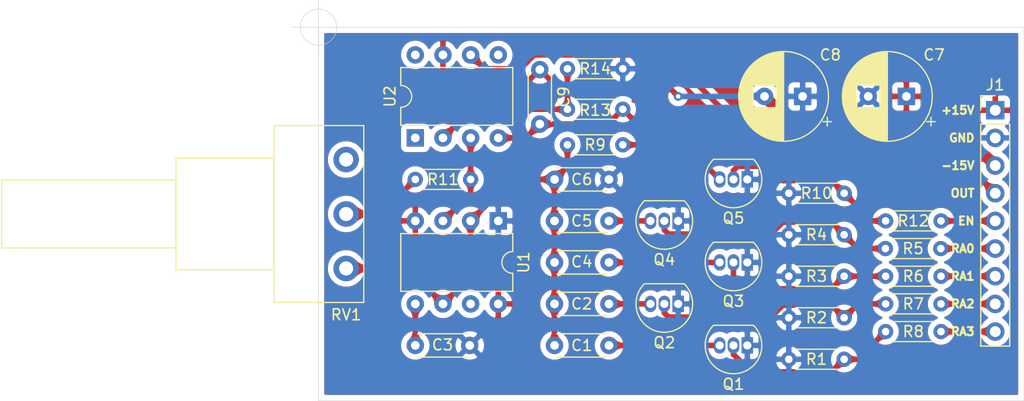
<source format=kicad_pcb>
(kicad_pcb (version 20171130) (host pcbnew "(5.1.6)-1")
  (layers (0 F.Cu signal) (31 B.Cu signal) (34 B.Paste user) (35 F.Paste user) (36 B.SilkS user) (37 F.SilkS user) (38 B.Mask user) (39 F.Mask user) (44 Edge.Cuts user))
  (net 0 "")
  (net 1 "Net-(C1-Pad2)")
  (net 2 "Net-(C1-Pad1)")
  (net 3 "Net-(C2-Pad2)")
  (net 4 GND)
  (net 5 "Net-(C3-Pad1)")
  (net 6 "Net-(C4-Pad2)")
  (net 7 "Net-(C5-Pad2)")
  (net 8 +15V)
  (net 9 -15V)
  (net 10 /RANGE3)
  (net 11 /RANGE2)
  (net 12 /RANGE1)
  (net 13 /RANGE0)
  (net 14 /ENABLE)
  (net 15 /OUT)
  (net 16 "Net-(Q1-Pad2)")
  (net 17 "Net-(Q2-Pad2)")
  (net 18 "Net-(Q3-Pad2)")
  (net 19 "Net-(Q4-Pad2)")
  (net 20 "Net-(Q5-Pad3)")
  (net 21 "Net-(Q5-Pad2)")
  (net 22 "Net-(R11-Pad2)")
  (net 23 "Net-(R11-Pad1)")
  (net 24 "Net-(R13-Pad2)")
  (net 25 "Net-(RV1-Pad1)")
  (net 26 "Net-(U1-Pad7)")
  (net 27 "Net-(U2-Pad8)")
  (net 28 "Net-(U2-Pad5)")
  (net 29 "Net-(U2-Pad1)")
  (module Capacitor_THT:C_Disc_D4.3mm_W1.9mm_P5.00mm (layer F.Cu) (at 123.19 81.36 270)
    (fp_text reference C9 (at 2.5 -2.2 90) (layer F.SilkS))
    (fp_text value 0.1uF)
    (pad 2 thru_hole circle (at 5 0 270) (size 1.6 1.6) (drill 0.8) (layers *.Cu *.Mask) (net 9 -15V))
    (pad 1 thru_hole circle (at 0 0 270) (size 1.6 1.6) (drill 0.8) (layers *.Cu *.Mask) (net 8 +15V))
  )
  (module Package_DIP:DIP-8_W7.62mm (layer F.Cu) (at 111.76 87.63 90)
    (fp_text reference U2 (at 3.81 -2.33 90) (layer F.SilkS))
    (fp_text value LM741)
    (pad 8 thru_hole oval (at 7.62 0 90) (size 1.6 1.6) (drill 0.8) (layers *.Cu *.Mask) (net 27 "Net-(U2-Pad8)"))
    (pad 4 thru_hole oval (at 0 7.62 90) (size 1.6 1.6) (drill 0.8) (layers *.Cu *.Mask) (net 9 -15V))
    (pad 7 thru_hole oval (at 7.62 2.54 90) (size 1.6 1.6) (drill 0.8) (layers *.Cu *.Mask) (net 8 +15V))
    (pad 3 thru_hole oval (at 0 5.08 90) (size 1.6 1.6) (drill 0.8) (layers *.Cu *.Mask) (net 23 "Net-(R11-Pad1)"))
    (pad 6 thru_hole oval (at 7.62 5.08 90) (size 1.6 1.6) (drill 0.8) (layers *.Cu *.Mask) (net 15 /OUT))
    (pad 2 thru_hole oval (at 0 2.54 90) (size 1.6 1.6) (drill 0.8) (layers *.Cu *.Mask) (net 24 "Net-(R13-Pad2)"))
    (pad 5 thru_hole oval (at 7.62 7.62 90) (size 1.6 1.6) (drill 0.8) (layers *.Cu *.Mask) (net 28 "Net-(U2-Pad5)"))
    (pad 1 thru_hole rect (at 0 0 90) (size 1.6 1.6) (drill 0.8) (layers *.Cu *.Mask) (net 29 "Net-(U2-Pad1)"))
  )
  (module Package_DIP:DIP-8_W7.62mm (layer F.Cu) (at 119.38 95.25 270)
    (fp_text reference U1 (at 3.81 -2.33 90) (layer F.SilkS))
    (fp_text value NE555P)
    (pad 8 thru_hole oval (at 7.62 0 270) (size 1.6 1.6) (drill 0.8) (layers *.Cu *.Mask) (net 8 +15V))
    (pad 4 thru_hole oval (at 0 7.62 270) (size 1.6 1.6) (drill 0.8) (layers *.Cu *.Mask) (net 8 +15V))
    (pad 7 thru_hole oval (at 7.62 2.54 270) (size 1.6 1.6) (drill 0.8) (layers *.Cu *.Mask) (net 26 "Net-(U1-Pad7)"))
    (pad 3 thru_hole oval (at 0 5.08 270) (size 1.6 1.6) (drill 0.8) (layers *.Cu *.Mask) (net 23 "Net-(R11-Pad1)"))
    (pad 6 thru_hole oval (at 7.62 5.08 270) (size 1.6 1.6) (drill 0.8) (layers *.Cu *.Mask) (net 2 "Net-(C1-Pad1)"))
    (pad 2 thru_hole oval (at 0 2.54 270) (size 1.6 1.6) (drill 0.8) (layers *.Cu *.Mask) (net 2 "Net-(C1-Pad1)"))
    (pad 5 thru_hole oval (at 7.62 7.62 270) (size 1.6 1.6) (drill 0.8) (layers *.Cu *.Mask) (net 5 "Net-(C3-Pad1)"))
    (pad 1 thru_hole rect (at 0 0 270) (size 1.6 1.6) (drill 0.8) (layers *.Cu *.Mask) (net 4 GND))
  )
  (module Potentiometer_THT:Potentiometer_Piher_PC-16_Single_Horizontal (layer F.Cu) (at 105.41 89.615 180)
    (fp_text reference RV1 (at 0 -14.25) (layer F.SilkS))
    (fp_text value 10K)
    (pad 1 thru_hole circle (at 0 0 180) (size 2.34 2.34) (drill 1.3) (layers *.Cu *.Mask) (net 25 "Net-(RV1-Pad1)"))
    (pad 2 thru_hole circle (at 0 -5 180) (size 2.34 2.34) (drill 1.3) (layers *.Cu *.Mask) (net 22 "Net-(R11-Pad2)"))
    (pad 3 thru_hole circle (at 0 -10 180) (size 2.34 2.34) (drill 1.3) (layers *.Cu *.Mask) (net 2 "Net-(C1-Pad1)"))
  )
  (module Resistor_THT:R_Axial_DIN0204_L3.6mm_D1.6mm_P5.08mm_Horizontal (layer F.Cu) (at 125.73 81.28)
    (fp_text reference R14 (at 2.54 0) (layer F.SilkS))
    (fp_text value 10k)
    (pad 2 thru_hole oval (at 5.08 0) (size 1.4 1.4) (drill 0.7) (layers *.Cu *.Mask) (net 4 GND))
    (pad 1 thru_hole circle (at 0 0) (size 1.4 1.4) (drill 0.7) (layers *.Cu *.Mask) (net 24 "Net-(R13-Pad2)"))
  )
  (module Resistor_THT:R_Axial_DIN0204_L3.6mm_D1.6mm_P5.08mm_Horizontal (layer F.Cu) (at 130.81 85 180)
    (fp_text reference R13 (at 2.54 -0.09) (layer F.SilkS))
    (fp_text value 10k)
    (pad 2 thru_hole oval (at 5.08 0 180) (size 1.4 1.4) (drill 0.7) (layers *.Cu *.Mask) (net 24 "Net-(R13-Pad2)"))
    (pad 1 thru_hole circle (at 0 0 180) (size 1.4 1.4) (drill 0.7) (layers *.Cu *.Mask) (net 8 +15V))
  )
  (module Resistor_THT:R_Axial_DIN0204_L3.6mm_D1.6mm_P5.08mm_Horizontal (layer F.Cu) (at 160.02 95.25 180)
    (fp_text reference R12 (at 2.54 0) (layer F.SilkS))
    (fp_text value 10k)
    (pad 2 thru_hole oval (at 5.08 0 180) (size 1.4 1.4) (drill 0.7) (layers *.Cu *.Mask) (net 21 "Net-(Q5-Pad2)"))
    (pad 1 thru_hole circle (at 0 0 180) (size 1.4 1.4) (drill 0.7) (layers *.Cu *.Mask) (net 14 /ENABLE))
  )
  (module Resistor_THT:R_Axial_DIN0204_L3.6mm_D1.6mm_P5.08mm_Horizontal (layer F.Cu) (at 116.84 91.44 180)
    (fp_text reference R11 (at 2.54 0) (layer F.SilkS))
    (fp_text value 1k)
    (pad 2 thru_hole oval (at 5.08 0 180) (size 1.4 1.4) (drill 0.7) (layers *.Cu *.Mask) (net 22 "Net-(R11-Pad2)"))
    (pad 1 thru_hole circle (at 0 0 180) (size 1.4 1.4) (drill 0.7) (layers *.Cu *.Mask) (net 23 "Net-(R11-Pad1)"))
  )
  (module Resistor_THT:R_Axial_DIN0204_L3.6mm_D1.6mm_P5.08mm_Horizontal (layer F.Cu) (at 151.13 92.71 180)
    (fp_text reference R10 (at 2.54 0) (layer F.SilkS))
    (fp_text value 10k)
    (pad 2 thru_hole oval (at 5.08 0 180) (size 1.4 1.4) (drill 0.7) (layers *.Cu *.Mask) (net 4 GND))
    (pad 1 thru_hole circle (at 0 0 180) (size 1.4 1.4) (drill 0.7) (layers *.Cu *.Mask) (net 21 "Net-(Q5-Pad2)"))
  )
  (module Resistor_THT:R_Axial_DIN0204_L3.6mm_D1.6mm_P5.08mm_Horizontal (layer F.Cu) (at 125.73 88.265)
    (fp_text reference R9 (at 2.54 0) (layer F.SilkS))
    (fp_text value 100)
    (pad 2 thru_hole oval (at 5.08 0) (size 1.4 1.4) (drill 0.7) (layers *.Cu *.Mask) (net 20 "Net-(Q5-Pad3)"))
    (pad 1 thru_hole circle (at 0 0) (size 1.4 1.4) (drill 0.7) (layers *.Cu *.Mask) (net 2 "Net-(C1-Pad1)"))
  )
  (module Resistor_THT:R_Axial_DIN0204_L3.6mm_D1.6mm_P5.08mm_Horizontal (layer F.Cu) (at 160.02 105.41 180)
    (fp_text reference R8 (at 2.54 0) (layer F.SilkS))
    (fp_text value 10k)
    (pad 2 thru_hole oval (at 5.08 0 180) (size 1.4 1.4) (drill 0.7) (layers *.Cu *.Mask) (net 16 "Net-(Q1-Pad2)"))
    (pad 1 thru_hole circle (at 0 0 180) (size 1.4 1.4) (drill 0.7) (layers *.Cu *.Mask) (net 10 /RANGE3))
  )
  (module Resistor_THT:R_Axial_DIN0204_L3.6mm_D1.6mm_P5.08mm_Horizontal (layer F.Cu) (at 160.02 102.87 180)
    (fp_text reference R7 (at 2.54 0) (layer F.SilkS))
    (fp_text value 10k)
    (pad 2 thru_hole oval (at 5.08 0 180) (size 1.4 1.4) (drill 0.7) (layers *.Cu *.Mask) (net 17 "Net-(Q2-Pad2)"))
    (pad 1 thru_hole circle (at 0 0 180) (size 1.4 1.4) (drill 0.7) (layers *.Cu *.Mask) (net 11 /RANGE2))
  )
  (module Resistor_THT:R_Axial_DIN0204_L3.6mm_D1.6mm_P5.08mm_Horizontal (layer F.Cu) (at 160.02 100.33 180)
    (fp_text reference R6 (at 2.54 0) (layer F.SilkS))
    (fp_text value 10k)
    (pad 2 thru_hole oval (at 5.08 0 180) (size 1.4 1.4) (drill 0.7) (layers *.Cu *.Mask) (net 18 "Net-(Q3-Pad2)"))
    (pad 1 thru_hole circle (at 0 0 180) (size 1.4 1.4) (drill 0.7) (layers *.Cu *.Mask) (net 12 /RANGE1))
  )
  (module Resistor_THT:R_Axial_DIN0204_L3.6mm_D1.6mm_P5.08mm_Horizontal (layer F.Cu) (at 160 97.79 180)
    (fp_text reference R5 (at 2.54 0) (layer F.SilkS))
    (fp_text value 10k)
    (pad 2 thru_hole oval (at 5.08 0 180) (size 1.4 1.4) (drill 0.7) (layers *.Cu *.Mask) (net 19 "Net-(Q4-Pad2)"))
    (pad 1 thru_hole circle (at 0 0 180) (size 1.4 1.4) (drill 0.7) (layers *.Cu *.Mask) (net 13 /RANGE0))
  )
  (module Resistor_THT:R_Axial_DIN0204_L3.6mm_D1.6mm_P5.08mm_Horizontal (layer F.Cu) (at 151.13 96.52 180)
    (fp_text reference R4 (at 2.54 0) (layer F.SilkS))
    (fp_text value 10k)
    (pad 2 thru_hole oval (at 5.08 0 180) (size 1.4 1.4) (drill 0.7) (layers *.Cu *.Mask) (net 4 GND))
    (pad 1 thru_hole circle (at 0 0 180) (size 1.4 1.4) (drill 0.7) (layers *.Cu *.Mask) (net 19 "Net-(Q4-Pad2)"))
  )
  (module Resistor_THT:R_Axial_DIN0204_L3.6mm_D1.6mm_P5.08mm_Horizontal (layer F.Cu) (at 151.13 100.33 180)
    (fp_text reference R3 (at 2.54 0) (layer F.SilkS))
    (fp_text value 10k)
    (pad 2 thru_hole oval (at 5.08 0 180) (size 1.4 1.4) (drill 0.7) (layers *.Cu *.Mask) (net 4 GND))
    (pad 1 thru_hole circle (at 0 0 180) (size 1.4 1.4) (drill 0.7) (layers *.Cu *.Mask) (net 18 "Net-(Q3-Pad2)"))
  )
  (module Resistor_THT:R_Axial_DIN0204_L3.6mm_D1.6mm_P5.08mm_Horizontal (layer F.Cu) (at 151.13 104.14 180)
    (fp_text reference R2 (at 2.54 0) (layer F.SilkS))
    (fp_text value 10k)
    (pad 2 thru_hole oval (at 5.08 0 180) (size 1.4 1.4) (drill 0.7) (layers *.Cu *.Mask) (net 4 GND))
    (pad 1 thru_hole circle (at 0 0 180) (size 1.4 1.4) (drill 0.7) (layers *.Cu *.Mask) (net 17 "Net-(Q2-Pad2)"))
  )
  (module Resistor_THT:R_Axial_DIN0204_L3.6mm_D1.6mm_P5.08mm_Horizontal (layer F.Cu) (at 151.13 107.95 180)
    (fp_text reference R1 (at 2.54 0) (layer F.SilkS))
    (fp_text value 10k)
    (pad 2 thru_hole oval (at 5.08 0 180) (size 1.4 1.4) (drill 0.7) (layers *.Cu *.Mask) (net 4 GND))
    (pad 1 thru_hole circle (at 0 0 180) (size 1.4 1.4) (drill 0.7) (layers *.Cu *.Mask) (net 16 "Net-(Q1-Pad2)"))
  )
  (module Package_TO_SOT_THT:TO-92_Inline (layer F.Cu) (at 142.24 91.44 180)
    (fp_text reference Q5 (at 1.27 -3.56) (layer F.SilkS))
    (fp_text value 2N3904)
    (pad 1 thru_hole rect (at 0 0 180) (size 1.05 1.5) (drill 0.75) (layers *.Cu *.Mask) (net 4 GND))
    (pad 3 thru_hole oval (at 2.54 0 180) (size 1.05 1.5) (drill 0.75) (layers *.Cu *.Mask) (net 20 "Net-(Q5-Pad3)"))
    (pad 2 thru_hole oval (at 1.27 0 180) (size 1.05 1.5) (drill 0.75) (layers *.Cu *.Mask) (net 21 "Net-(Q5-Pad2)"))
  )
  (module Package_TO_SOT_THT:TO-92_Inline (layer F.Cu) (at 135.89 95.25 180)
    (fp_text reference Q4 (at 1.27 -3.56) (layer F.SilkS))
    (fp_text value 2N3904)
    (pad 1 thru_hole rect (at 0 0 180) (size 1.05 1.5) (drill 0.75) (layers *.Cu *.Mask) (net 4 GND))
    (pad 3 thru_hole oval (at 2.54 0 180) (size 1.05 1.5) (drill 0.75) (layers *.Cu *.Mask) (net 7 "Net-(C5-Pad2)"))
    (pad 2 thru_hole oval (at 1.27 0 180) (size 1.05 1.5) (drill 0.75) (layers *.Cu *.Mask) (net 19 "Net-(Q4-Pad2)"))
  )
  (module Package_TO_SOT_THT:TO-92_Inline (layer F.Cu) (at 142.24 99.06 180)
    (fp_text reference Q3 (at 1.27 -3.56) (layer F.SilkS))
    (fp_text value 2N3904)
    (pad 1 thru_hole rect (at 0 0 180) (size 1.05 1.5) (drill 0.75) (layers *.Cu *.Mask) (net 4 GND))
    (pad 3 thru_hole oval (at 2.54 0 180) (size 1.05 1.5) (drill 0.75) (layers *.Cu *.Mask) (net 6 "Net-(C4-Pad2)"))
    (pad 2 thru_hole oval (at 1.27 0 180) (size 1.05 1.5) (drill 0.75) (layers *.Cu *.Mask) (net 18 "Net-(Q3-Pad2)"))
  )
  (module Package_TO_SOT_THT:TO-92_Inline (layer F.Cu) (at 135.89 102.87 180)
    (fp_text reference Q2 (at 1.27 -3.56) (layer F.SilkS))
    (fp_text value 2N3904)
    (pad 1 thru_hole rect (at 0 0 180) (size 1.05 1.5) (drill 0.75) (layers *.Cu *.Mask) (net 4 GND))
    (pad 3 thru_hole oval (at 2.54 0 180) (size 1.05 1.5) (drill 0.75) (layers *.Cu *.Mask) (net 3 "Net-(C2-Pad2)"))
    (pad 2 thru_hole oval (at 1.27 0 180) (size 1.05 1.5) (drill 0.75) (layers *.Cu *.Mask) (net 17 "Net-(Q2-Pad2)"))
  )
  (module Package_TO_SOT_THT:TO-92_Inline (layer F.Cu) (at 142.24 106.68 180)
    (fp_text reference Q1 (at 1.27 -3.56) (layer F.SilkS))
    (fp_text value 2N3904)
    (pad 1 thru_hole rect (at 0 0 180) (size 1.05 1.5) (drill 0.75) (layers *.Cu *.Mask) (net 4 GND))
    (pad 3 thru_hole oval (at 2.54 0 180) (size 1.05 1.5) (drill 0.75) (layers *.Cu *.Mask) (net 1 "Net-(C1-Pad2)"))
    (pad 2 thru_hole oval (at 1.27 0 180) (size 1.05 1.5) (drill 0.75) (layers *.Cu *.Mask) (net 16 "Net-(Q1-Pad2)"))
  )
  (module Connector_PinHeader_2.54mm:PinHeader_1x09_P2.54mm_Vertical (layer F.Cu) (at 165 85.09)
    (fp_text reference J1 (at 0 -2.33) (layer F.SilkS))
    (fp_text value Conn_01x09_Male)
    (pad 9 thru_hole oval (at 0 20.32) (size 1.7 1.7) (drill 1) (layers *.Cu *.Mask) (net 10 /RANGE3))
    (pad 8 thru_hole oval (at 0 17.78) (size 1.7 1.7) (drill 1) (layers *.Cu *.Mask) (net 11 /RANGE2))
    (pad 7 thru_hole oval (at 0 15.24) (size 1.7 1.7) (drill 1) (layers *.Cu *.Mask) (net 12 /RANGE1))
    (pad 6 thru_hole oval (at 0 12.7) (size 1.7 1.7) (drill 1) (layers *.Cu *.Mask) (net 13 /RANGE0))
    (pad 5 thru_hole oval (at 0 10.16) (size 1.7 1.7) (drill 1) (layers *.Cu *.Mask) (net 14 /ENABLE))
    (pad 4 thru_hole oval (at 0 7.62) (size 1.7 1.7) (drill 1) (layers *.Cu *.Mask) (net 15 /OUT))
    (pad 3 thru_hole oval (at 0 5.08) (size 1.7 1.7) (drill 1) (layers *.Cu *.Mask) (net 9 -15V))
    (pad 2 thru_hole oval (at 0 2.54) (size 1.7 1.7) (drill 1) (layers *.Cu *.Mask) (net 4 GND))
    (pad 1 thru_hole rect (at 0 0) (size 1.7 1.7) (drill 1) (layers *.Cu *.Mask) (net 8 +15V))
  )
  (module Capacitor_THT:CP_Radial_D8.0mm_P3.50mm (layer F.Cu) (at 147.32 83.82 180)
    (fp_text reference C8 (at -2.54 3.81) (layer F.SilkS))
    (fp_text value CP)
    (pad 2 thru_hole circle (at 3.5 0 180) (size 1.6 1.6) (drill 0.8) (layers *.Cu *.Mask) (net 9 -15V))
    (pad 1 thru_hole rect (at 0 0 180) (size 1.6 1.6) (drill 0.8) (layers *.Cu *.Mask) (net 4 GND))
  )
  (module Capacitor_THT:CP_Radial_D8.0mm_P3.50mm (layer F.Cu) (at 156.845 83.82 180)
    (fp_text reference C7 (at -2.54 3.81) (layer F.SilkS))
    (fp_text value CP)
    (pad 2 thru_hole circle (at 3.5 0 180) (size 1.6 1.6) (drill 0.8) (layers *.Cu *.Mask) (net 4 GND))
    (pad 1 thru_hole rect (at 0 0 180) (size 1.6 1.6) (drill 0.8) (layers *.Cu *.Mask) (net 8 +15V))
  )
  (module Capacitor_THT:C_Disc_D4.3mm_W1.9mm_P5.00mm (layer F.Cu) (at 124.54 91.44)
    (fp_text reference C6 (at 2.5 0) (layer F.SilkS))
    (fp_text value C)
    (pad 2 thru_hole circle (at 5 0) (size 1.6 1.6) (drill 0.8) (layers *.Cu *.Mask) (net 4 GND))
    (pad 1 thru_hole circle (at 0 0) (size 1.6 1.6) (drill 0.8) (layers *.Cu *.Mask) (net 2 "Net-(C1-Pad1)"))
  )
  (module Capacitor_THT:C_Disc_D4.3mm_W1.9mm_P5.00mm (layer F.Cu) (at 124.54 95.25)
    (fp_text reference C5 (at 2.5 0) (layer F.SilkS))
    (fp_text value C)
    (pad 2 thru_hole circle (at 5 0) (size 1.6 1.6) (drill 0.8) (layers *.Cu *.Mask) (net 7 "Net-(C5-Pad2)"))
    (pad 1 thru_hole circle (at 0 0) (size 1.6 1.6) (drill 0.8) (layers *.Cu *.Mask) (net 2 "Net-(C1-Pad1)"))
  )
  (module Capacitor_THT:C_Disc_D4.3mm_W1.9mm_P5.00mm (layer F.Cu) (at 124.54 99.06)
    (fp_text reference C4 (at 2.5 -0.05) (layer F.SilkS))
    (fp_text value C)
    (pad 2 thru_hole circle (at 5 0) (size 1.6 1.6) (drill 0.8) (layers *.Cu *.Mask) (net 6 "Net-(C4-Pad2)"))
    (pad 1 thru_hole circle (at 0 0) (size 1.6 1.6) (drill 0.8) (layers *.Cu *.Mask) (net 2 "Net-(C1-Pad1)"))
  )
  (module Capacitor_THT:C_Disc_D4.3mm_W1.9mm_P5.00mm (layer F.Cu) (at 111.76 106.68)
    (fp_text reference C3 (at 2.5 -0.05) (layer F.SilkS))
    (fp_text value 0.1uF)
    (pad 2 thru_hole circle (at 5 0) (size 1.6 1.6) (drill 0.8) (layers *.Cu *.Mask) (net 4 GND))
    (pad 1 thru_hole circle (at 0 0) (size 1.6 1.6) (drill 0.8) (layers *.Cu *.Mask) (net 5 "Net-(C3-Pad1)"))
  )
  (module Capacitor_THT:C_Disc_D4.3mm_W1.9mm_P5.00mm (layer F.Cu) (at 124.54 102.87)
    (fp_text reference C2 (at 2.5 0) (layer F.SilkS))
    (fp_text value C)
    (pad 2 thru_hole circle (at 5 0) (size 1.6 1.6) (drill 0.8) (layers *.Cu *.Mask) (net 3 "Net-(C2-Pad2)"))
    (pad 1 thru_hole circle (at 0 0) (size 1.6 1.6) (drill 0.8) (layers *.Cu *.Mask) (net 2 "Net-(C1-Pad1)"))
  )
  (module Capacitor_THT:C_Disc_D4.3mm_W1.9mm_P5.00mm (layer F.Cu) (at 124.54 106.68)
    (fp_text reference C1 (at 2.5 0) (layer F.SilkS))
    (fp_text value C)
    (pad 2 thru_hole circle (at 5 0) (size 1.6 1.6) (drill 0.8) (layers *.Cu *.Mask) (net 1 "Net-(C1-Pad2)"))
    (pad 1 thru_hole circle (at 0 0) (size 1.6 1.6) (drill 0.8) (layers *.Cu *.Mask) (net 2 "Net-(C1-Pad1)"))
  )
  (gr_text +15V (at 163.195 85.09) (layer F.SilkS) (effects (font (size 0.75 0.75) (thickness 0.1875)) (justify right)))
  (gr_text GND (at 163.195 87.63) (layer F.SilkS) (effects (font (size 0.75 0.75) (thickness 0.1875)) (justify right)))
  (gr_text -15V (at 163.195 90.17) (layer F.SilkS) (effects (font (size 0.75 0.75) (thickness 0.1875)) (justify right)))
  (gr_text OUT (at 163.195 92.71) (layer F.SilkS) (effects (font (size 0.75 0.75) (thickness 0.1875)) (justify right)))
  (gr_text EN (at 163.195 95.25) (layer F.SilkS) (effects (font (size 0.75 0.75) (thickness 0.1875)) (justify right)))
  (gr_text RA0 (at 163.195 97.79) (layer F.SilkS) (effects (font (size 0.75 0.75) (thickness 0.1875)) (justify right)))
  (gr_text RA1 (at 163.195 100.33) (layer F.SilkS) (effects (font (size 0.75 0.75) (thickness 0.1875)) (justify right)))
  (gr_text RA2 (at 163.195 102.87) (layer F.SilkS) (effects (font (size 0.75 0.75) (thickness 0.1875)) (justify right)))
  (gr_text RA3 (at 163.195 105.41) (layer F.SilkS) (effects (font (size 0.75 0.75) (thickness 0.1875)) (justify right)))
  (gr_line (start 102.87 111.76) (end 102.87 77.47) (layer Edge.Cuts) (width 0.05))
  (gr_line (start 167.64 111.76) (end 102.87 111.76) (layer Edge.Cuts) (width 0.05))
  (gr_line (start 167.64 77.47) (end 167.64 111.76) (layer Edge.Cuts) (width 0.05))
  (gr_line (start 102.87 77.47) (end 167.64 77.47) (layer Edge.Cuts) (width 0.05))
  (target plus (at 102.87 77.47) (size 5) (width 0.05) (layer Edge.Cuts))
  (segment (start 129.54 106.68) (end 139.7 106.68) (width 0.508) (layer F.Cu) (net 1))
  (segment (start 111.045 99.615) (end 105.41 99.615) (width 0.508) (layer F.Cu) (net 2))
  (segment (start 114.3 102.87) (end 111.045 99.615) (width 0.508) (layer F.Cu) (net 2))
  (segment (start 116.84 100.33) (end 114.3 102.87) (width 0.508) (layer F.Cu) (net 2))
  (segment (start 116.84 95.25) (end 116.84 100.33) (width 0.508) (layer F.Cu) (net 2))
  (segment (start 124.46 106.6) (end 124.54 106.68) (width 0.508) (layer F.Cu) (net 2))
  (segment (start 124.54 102.87) (end 124.54 106.68) (width 0.508) (layer F.Cu) (net 2))
  (segment (start 124.54 102.87) (end 124.54 99.06) (width 0.508) (layer F.Cu) (net 2))
  (segment (start 124.54 99.06) (end 124.54 95.25) (width 0.508) (layer F.Cu) (net 2))
  (segment (start 124.54 95.25) (end 124.54 91.44) (width 0.508) (layer F.Cu) (net 2))
  (segment (start 120.65 91.44) (end 124.54 91.44) (width 0.508) (layer F.Cu) (net 2))
  (segment (start 116.84 95.25) (end 120.65 91.44) (width 0.508) (layer F.Cu) (net 2))
  (segment (start 125.73 90.25) (end 124.54 91.44) (width 0.508) (layer F.Cu) (net 2))
  (segment (start 125.73 88.265) (end 125.73 90.17) (width 0.508) (layer F.Cu) (net 2))
  (segment (start 129.54 102.87) (end 133.35 102.87) (width 0.508) (layer F.Cu) (net 3))
  (segment (start 111.76 102.87) (end 111.76 106.68) (width 0.508) (layer F.Cu) (net 5))
  (segment (start 129.54 99.06) (end 139.7 99.06) (width 0.508) (layer F.Cu) (net 6))
  (segment (start 129.54 95.25) (end 133.35 95.25) (width 0.508) (layer F.Cu) (net 7))
  (segment (start 164.150001 89.320001) (end 165 90.17) (width 1.016) (layer F.Cu) (net 9))
  (segment (start 149.320001 89.320001) (end 164.150001 89.320001) (width 1.016) (layer F.Cu) (net 9))
  (segment (start 143.82 83.82) (end 149.320001 89.320001) (width 1.016) (layer F.Cu) (net 9))
  (segment (start 121.92 87.63) (end 123.19 86.36) (width 0.508) (layer F.Cu) (net 9))
  (segment (start 119.38 87.63) (end 121.92 87.63) (width 0.508) (layer F.Cu) (net 9))
  (via (at 135.89 83.82) (size 0.8) (drill 0.4) (layers F.Cu B.Cu) (net 9))
  (segment (start 135.89 83.82) (end 143.82 83.82) (width 0.508) (layer B.Cu) (net 9))
  (segment (start 135.255 83.185) (end 135.89 83.82) (width 0.508) (layer F.Cu) (net 9))
  (segment (start 129.54 83.185) (end 135.255 83.185) (width 0.508) (layer F.Cu) (net 9))
  (segment (start 123.19 86.36) (end 126.365 86.36) (width 0.508) (layer F.Cu) (net 9))
  (segment (start 126.365 86.36) (end 129.54 83.185) (width 0.508) (layer F.Cu) (net 9))
  (segment (start 165 105.41) (end 160.02 105.41) (width 0.508) (layer F.Cu) (net 10))
  (segment (start 160.02 102.87) (end 165 102.87) (width 0.508) (layer F.Cu) (net 11))
  (segment (start 165 100.33) (end 160.02 100.33) (width 0.508) (layer F.Cu) (net 12))
  (segment (start 160 97.79) (end 165 97.79) (width 0.508) (layer F.Cu) (net 13))
  (segment (start 160.02 95.25) (end 165 95.25) (width 0.508) (layer F.Cu) (net 14))
  (segment (start 145.789345 90.847989) (end 163.137989 90.847989) (width 0.508) (layer F.Cu) (net 15))
  (segment (start 118.11 81.28) (end 121.414078 81.28) (width 0.508) (layer F.Cu) (net 15))
  (segment (start 116.84 80.01) (end 118.11 81.28) (width 0.508) (layer F.Cu) (net 15))
  (segment (start 121.414078 81.28) (end 122.684078 80.01) (width 0.508) (layer F.Cu) (net 15))
  (segment (start 163.137989 90.847989) (end 165 92.71) (width 0.508) (layer F.Cu) (net 15))
  (segment (start 122.684078 80.01) (end 134.951356 80.01) (width 0.508) (layer F.Cu) (net 15))
  (segment (start 134.951356 80.01) (end 145.789345 90.847989) (width 0.508) (layer F.Cu) (net 15))
  (segment (start 140.97 107.502202) (end 142.571799 109.104001) (width 0.508) (layer F.Cu) (net 16))
  (segment (start 149.975999 109.104001) (end 151.13 107.95) (width 0.508) (layer F.Cu) (net 16))
  (segment (start 142.571799 109.104001) (end 149.975999 109.104001) (width 0.508) (layer F.Cu) (net 16))
  (segment (start 140.97 106.68) (end 140.97 107.502202) (width 0.508) (layer F.Cu) (net 16))
  (segment (start 152.4 107.95) (end 154.94 105.41) (width 0.508) (layer F.Cu) (net 16))
  (segment (start 151.13 107.95) (end 152.4 107.95) (width 0.508) (layer F.Cu) (net 16))
  (segment (start 152.4 102.87) (end 151.13 104.14) (width 0.508) (layer F.Cu) (net 17))
  (segment (start 154.94 102.87) (end 152.4 102.87) (width 0.508) (layer F.Cu) (net 17))
  (segment (start 134.62 103.692202) (end 134.62 102.87) (width 0.508) (layer F.Cu) (net 17))
  (segment (start 135.001799 104.074001) (end 134.62 103.692202) (width 0.508) (layer F.Cu) (net 17))
  (segment (start 145.496079 102.985999) (end 144.408077 104.074001) (width 0.508) (layer F.Cu) (net 17))
  (segment (start 149.975999 102.985999) (end 145.496079 102.985999) (width 0.508) (layer F.Cu) (net 17))
  (segment (start 144.408077 104.074001) (end 135.001799 104.074001) (width 0.508) (layer F.Cu) (net 17))
  (segment (start 151.13 104.14) (end 149.975999 102.985999) (width 0.508) (layer F.Cu) (net 17))
  (segment (start 149.975999 101.484001) (end 151.13 100.33) (width 0.508) (layer F.Cu) (net 18))
  (segment (start 142.136001 101.484001) (end 149.975999 101.484001) (width 0.508) (layer F.Cu) (net 18))
  (segment (start 140.97 100.318) (end 142.136001 101.484001) (width 0.508) (layer F.Cu) (net 18))
  (segment (start 140.97 99.06) (end 140.97 100.318) (width 0.508) (layer F.Cu) (net 18))
  (segment (start 151.13 100.33) (end 154.94 100.33) (width 0.508) (layer F.Cu) (net 18))
  (segment (start 149.975999 95.365999) (end 151.13 96.52) (width 0.508) (layer F.Cu) (net 19))
  (segment (start 145.496079 95.365999) (end 149.975999 95.365999) (width 0.508) (layer F.Cu) (net 19))
  (segment (start 144.408077 96.454001) (end 145.496079 95.365999) (width 0.508) (layer F.Cu) (net 19))
  (segment (start 134.62 96.072202) (end 135.001799 96.454001) (width 0.508) (layer F.Cu) (net 19))
  (segment (start 135.001799 96.454001) (end 144.408077 96.454001) (width 0.508) (layer F.Cu) (net 19))
  (segment (start 134.62 95.25) (end 134.62 96.072202) (width 0.508) (layer F.Cu) (net 19))
  (segment (start 152.4 97.79) (end 151.13 96.52) (width 0.508) (layer F.Cu) (net 19))
  (segment (start 154.92 97.79) (end 152.4 97.79) (width 0.508) (layer F.Cu) (net 19))
  (segment (start 136.525 88.265) (end 139.7 91.44) (width 0.508) (layer F.Cu) (net 20))
  (segment (start 130.81 88.265) (end 136.525 88.265) (width 0.508) (layer F.Cu) (net 20))
  (segment (start 153.67 95.25) (end 151.13 92.71) (width 0.508) (layer F.Cu) (net 21))
  (segment (start 154.94 95.25) (end 153.67 95.25) (width 0.508) (layer F.Cu) (net 21))
  (segment (start 140.97 90.617798) (end 140.97 91.44) (width 0.508) (layer F.Cu) (net 21))
  (segment (start 141.351799 90.235999) (end 140.97 90.617798) (width 0.508) (layer F.Cu) (net 21))
  (segment (start 144.176079 90.235999) (end 141.351799 90.235999) (width 0.508) (layer F.Cu) (net 21))
  (segment (start 145.496079 91.555999) (end 144.176079 90.235999) (width 0.508) (layer F.Cu) (net 21))
  (segment (start 149.975999 91.555999) (end 145.496079 91.555999) (width 0.508) (layer F.Cu) (net 21))
  (segment (start 151.13 92.71) (end 149.975999 91.555999) (width 0.508) (layer F.Cu) (net 21))
  (segment (start 108.585 94.615) (end 111.76 91.44) (width 0.508) (layer F.Cu) (net 22))
  (segment (start 105.41 94.615) (end 108.585 94.615) (width 0.508) (layer F.Cu) (net 22))
  (segment (start 116.84 92.71) (end 114.3 95.25) (width 0.508) (layer F.Cu) (net 23))
  (segment (start 116.84 91.44) (end 116.84 92.71) (width 0.508) (layer F.Cu) (net 23))
  (segment (start 116.84 91.44) (end 116.84 87.63) (width 0.508) (layer F.Cu) (net 23))
  (segment (start 116.93 85) (end 114.3 87.63) (width 0.508) (layer F.Cu) (net 24))
  (segment (start 125.73 85) (end 116.93 85) (width 0.508) (layer F.Cu) (net 24))
  (segment (start 125.73 85) (end 125.73 81.28) (width 0.508) (layer F.Cu) (net 24))
  (zone (net 4) (net_name GND) (layer B.Cu) (connect_pads (clearance 0.508)) (min_thickness 0.254) (fill yes (arc_segments 32) (thermal_gap 0.508) (thermal_bridge_width 0.508) (smoothing fillet))
    (polygon (pts (xy 167.64 111.76) (xy 102.87 111.76) (xy 102.87 77.47) (xy 167.64 77.47)))
  )
  (zone (net 8) (net_name +15V) (layer F.Cu) (connect_pads (clearance 0.508)) (min_thickness 0.254) (fill yes (arc_segments 32) (thermal_gap 0.508) (thermal_bridge_width 0.508))
    (polygon (pts (xy 167.64 111.76) (xy 102.87 111.76) (xy 102.87 77.47) (xy 167.64 77.47)))
  )
  (zone (net 1) (net_name "Net-(C1-Pad2)") (layer F.Cu) (priority 16962) (connect_pads yes (clearance 0.2)) (min_thickness 0.0254) (fill yes (arc_segments 32) (thermal_gap 0.508) (thermal_bridge_width 0.508))
    (polygon (pts (xy 139.0175 106.934) (xy 139.055913 106.935135) (xy 139.092626 106.93854) (xy 139.127637 106.944215) (xy 139.160947 106.95216) (xy 139.192555 106.962375) (xy 139.222462 106.97486) (xy 139.250667 106.989615) (xy 139.277172 107.00664) (xy 139.301974 107.025935) (xy 139.325076 107.0475) (xy 139.9625 106.68) (xy 139.325076 106.3125) (xy 139.301974 106.334065) (xy 139.277172 106.35336) (xy 139.250667 106.370385) (xy 139.222462 106.38514) (xy 139.192555 106.397625) (xy 139.160947 106.40784) (xy 139.127637 106.415785) (xy 139.092626 106.42146) (xy 139.055913 106.424865) (xy 139.0175 106.426)))
  )
  (zone (net 1) (net_name "Net-(C1-Pad2)") (layer F.Cu) (priority 16962) (connect_pads yes (clearance 0.2)) (min_thickness 0.0254) (fill yes (arc_segments 32) (thermal_gap 0.508) (thermal_bridge_width 0.508))
    (polygon (pts (xy 130.858153 106.426) (xy 130.770242 106.42294) (xy 130.685271 106.41376) (xy 130.603239 106.39846) (xy 130.524147 106.37704) (xy 130.447993 106.3495) (xy 130.374779 106.31584) (xy 130.304504 106.27606) (xy 130.237168 106.23016) (xy 130.172771 106.17814) (xy 130.111314 106.12) (xy 129.14 106.68) (xy 130.111314 107.24) (xy 130.172771 107.181859) (xy 130.237168 107.129839) (xy 130.304504 107.083939) (xy 130.374779 107.044159) (xy 130.447993 107.010499) (xy 130.524147 106.982959) (xy 130.603239 106.961539) (xy 130.685271 106.946239) (xy 130.770242 106.937059) (xy 130.858153 106.934)))
  )
  (zone (net 2) (net_name "Net-(C1-Pad1)") (layer F.Cu) (priority 16962) (connect_pads yes (clearance 0.2)) (min_thickness 0.0254) (fill yes (arc_segments 32) (thermal_gap 0.508) (thermal_bridge_width 0.508))
    (polygon (pts (xy 107.621407 99.361001) (xy 107.459679 99.35535) (xy 107.303316 99.3384) (xy 107.152318 99.31015) (xy 107.006685 99.2706) (xy 106.866417 99.21975) (xy 106.731513 99.1576) (xy 106.601974 99.08415) (xy 106.4778 98.9994) (xy 106.358991 98.90335) (xy 106.245547 98.796) (xy 104.825 99.615) (xy 106.245547 100.434) (xy 106.358991 100.326649) (xy 106.4778 100.230599) (xy 106.601974 100.145849) (xy 106.731513 100.072399) (xy 106.866417 100.010249) (xy 107.006685 99.959399) (xy 107.152318 99.919849) (xy 107.303316 99.891599) (xy 107.459679 99.874649) (xy 107.621407 99.868999)))
  )
  (zone (net 2) (net_name "Net-(C1-Pad1)") (layer F.Cu) (priority 16962) (connect_pads yes (clearance 0.2)) (min_thickness 0.0254) (fill yes (arc_segments 32) (thermal_gap 0.508) (thermal_bridge_width 0.508))
    (polygon (pts (xy 113.18832 102.117531) (xy 113.248318 102.181856) (xy 113.30191 102.248431) (xy 113.349097 102.317255) (xy 113.389878 102.388328) (xy 113.424253 102.46165) (xy 113.452222 102.537222) (xy 113.473785 102.615042) (xy 113.488943 102.695112) (xy 113.497695 102.777431) (xy 113.500041 102.862) (xy 114.582842 103.152842) (xy 114.292 102.070041) (xy 114.207431 102.067695) (xy 114.125112 102.058943) (xy 114.045042 102.043785) (xy 113.967222 102.022222) (xy 113.89165 101.994253) (xy 113.818328 101.959878) (xy 113.747255 101.919097) (xy 113.678431 101.87191) (xy 113.611856 101.818318) (xy 113.547531 101.75832)))
  )
  (zone (net 2) (net_name "Net-(C1-Pad1)") (layer F.Cu) (priority 16962) (connect_pads yes (clearance 0.2)) (min_thickness 0.0254) (fill yes (arc_segments 32) (thermal_gap 0.508) (thermal_bridge_width 0.508))
    (polygon (pts (xy 115.052469 101.75832) (xy 114.988143 101.818318) (xy 114.921568 101.87191) (xy 114.852744 101.919097) (xy 114.781671 101.959878) (xy 114.708349 101.994253) (xy 114.632777 102.022222) (xy 114.554957 102.043785) (xy 114.474887 102.058943) (xy 114.392568 102.067695) (xy 114.308 102.070041) (xy 114.017158 103.152842) (xy 115.099959 102.862) (xy 115.102304 102.777431) (xy 115.111056 102.695112) (xy 115.126214 102.615042) (xy 115.147777 102.537222) (xy 115.175746 102.46165) (xy 115.210121 102.388328) (xy 115.250902 102.317255) (xy 115.298089 102.248431) (xy 115.351681 102.181856) (xy 115.41168 102.117531)))
  )
  (zone (net 2) (net_name "Net-(C1-Pad1)") (layer F.Cu) (priority 16962) (connect_pads yes (clearance 0.2)) (min_thickness 0.0254) (fill yes (arc_segments 32) (thermal_gap 0.508) (thermal_bridge_width 0.508))
    (polygon (pts (xy 117.094 96.568153) (xy 117.097059 96.480242) (xy 117.106239 96.395271) (xy 117.121539 96.313239) (xy 117.142959 96.234147) (xy 117.170499 96.157993) (xy 117.204159 96.084779) (xy 117.243939 96.014504) (xy 117.289839 95.947168) (xy 117.341859 95.882771) (xy 117.4 95.821314) (xy 116.84 94.85) (xy 116.28 95.821314) (xy 116.33814 95.882771) (xy 116.39016 95.947168) (xy 116.43606 96.014504) (xy 116.47584 96.084779) (xy 116.5095 96.157993) (xy 116.53704 96.234147) (xy 116.55846 96.313239) (xy 116.57376 96.395271) (xy 116.58294 96.480242) (xy 116.586 96.568153)))
  )
  (zone (net 2) (net_name "Net-(C1-Pad1)") (layer F.Cu) (priority 16962) (connect_pads yes (clearance 0.2)) (min_thickness 0.0254) (fill yes (arc_segments 32) (thermal_gap 0.508) (thermal_bridge_width 0.508))
    (polygon (pts (xy 124.794 104.188153) (xy 124.797059 104.100242) (xy 124.806239 104.015271) (xy 124.821539 103.933239) (xy 124.842959 103.854147) (xy 124.870499 103.777993) (xy 124.904159 103.704779) (xy 124.943939 103.634504) (xy 124.989839 103.567168) (xy 125.041859 103.502771) (xy 125.1 103.441314) (xy 124.54 102.47) (xy 123.98 103.441314) (xy 124.03814 103.502771) (xy 124.09016 103.567168) (xy 124.13606 103.634504) (xy 124.17584 103.704779) (xy 124.2095 103.777993) (xy 124.23704 103.854147) (xy 124.25846 103.933239) (xy 124.27376 104.015271) (xy 124.28294 104.100242) (xy 124.286 104.188153)))
  )
  (zone (net 2) (net_name "Net-(C1-Pad1)") (layer F.Cu) (priority 16962) (connect_pads yes (clearance 0.2)) (min_thickness 0.0254) (fill yes (arc_segments 32) (thermal_gap 0.508) (thermal_bridge_width 0.508))
    (polygon (pts (xy 124.286 105.361847) (xy 124.28294 105.449757) (xy 124.27376 105.534728) (xy 124.25846 105.61676) (xy 124.23704 105.695852) (xy 124.2095 105.772006) (xy 124.17584 105.84522) (xy 124.13606 105.915495) (xy 124.09016 105.982831) (xy 124.03814 106.047228) (xy 123.98 106.108686) (xy 124.54 107.08) (xy 125.1 106.108686) (xy 125.041859 106.047228) (xy 124.989839 105.982831) (xy 124.943939 105.915495) (xy 124.904159 105.84522) (xy 124.870499 105.772006) (xy 124.842959 105.695852) (xy 124.821539 105.61676) (xy 124.806239 105.534728) (xy 124.797059 105.449757) (xy 124.794 105.361847)))
  )
  (zone (net 2) (net_name "Net-(C1-Pad1)") (layer F.Cu) (priority 16962) (connect_pads yes (clearance 0.2)) (min_thickness 0.0254) (fill yes (arc_segments 32) (thermal_gap 0.508) (thermal_bridge_width 0.508))
    (polygon (pts (xy 124.794 100.378153) (xy 124.797059 100.290242) (xy 124.806239 100.205271) (xy 124.821539 100.123239) (xy 124.842959 100.044147) (xy 124.870499 99.967993) (xy 124.904159 99.894779) (xy 124.943939 99.824504) (xy 124.989839 99.757168) (xy 125.041859 99.692771) (xy 125.1 99.631314) (xy 124.54 98.66) (xy 123.98 99.631314) (xy 124.03814 99.692771) (xy 124.09016 99.757168) (xy 124.13606 99.824504) (xy 124.17584 99.894779) (xy 124.2095 99.967993) (xy 124.23704 100.044147) (xy 124.25846 100.123239) (xy 124.27376 100.205271) (xy 124.28294 100.290242) (xy 124.286 100.378153)))
  )
  (zone (net 2) (net_name "Net-(C1-Pad1)") (layer F.Cu) (priority 16962) (connect_pads yes (clearance 0.2)) (min_thickness 0.0254) (fill yes (arc_segments 32) (thermal_gap 0.508) (thermal_bridge_width 0.508))
    (polygon (pts (xy 124.286 101.551847) (xy 124.28294 101.639757) (xy 124.27376 101.724728) (xy 124.25846 101.80676) (xy 124.23704 101.885852) (xy 124.2095 101.962006) (xy 124.17584 102.03522) (xy 124.13606 102.105495) (xy 124.09016 102.172831) (xy 124.03814 102.237228) (xy 123.98 102.298686) (xy 124.54 103.27) (xy 125.1 102.298686) (xy 125.041859 102.237228) (xy 124.989839 102.172831) (xy 124.943939 102.105495) (xy 124.904159 102.03522) (xy 124.870499 101.962006) (xy 124.842959 101.885852) (xy 124.821539 101.80676) (xy 124.806239 101.724728) (xy 124.797059 101.639757) (xy 124.794 101.551847)))
  )
  (zone (net 2) (net_name "Net-(C1-Pad1)") (layer F.Cu) (priority 16962) (connect_pads yes (clearance 0.2)) (min_thickness 0.0254) (fill yes (arc_segments 32) (thermal_gap 0.508) (thermal_bridge_width 0.508))
    (polygon (pts (xy 124.794 96.568153) (xy 124.797059 96.480242) (xy 124.806239 96.395271) (xy 124.821539 96.313239) (xy 124.842959 96.234147) (xy 124.870499 96.157993) (xy 124.904159 96.084779) (xy 124.943939 96.014504) (xy 124.989839 95.947168) (xy 125.041859 95.882771) (xy 125.1 95.821314) (xy 124.54 94.85) (xy 123.98 95.821314) (xy 124.03814 95.882771) (xy 124.09016 95.947168) (xy 124.13606 96.014504) (xy 124.17584 96.084779) (xy 124.2095 96.157993) (xy 124.23704 96.234147) (xy 124.25846 96.313239) (xy 124.27376 96.395271) (xy 124.28294 96.480242) (xy 124.286 96.568153)))
  )
  (zone (net 2) (net_name "Net-(C1-Pad1)") (layer F.Cu) (priority 16962) (connect_pads yes (clearance 0.2)) (min_thickness 0.0254) (fill yes (arc_segments 32) (thermal_gap 0.508) (thermal_bridge_width 0.508))
    (polygon (pts (xy 124.286 97.741847) (xy 124.28294 97.829757) (xy 124.27376 97.914728) (xy 124.25846 97.99676) (xy 124.23704 98.075852) (xy 124.2095 98.152006) (xy 124.17584 98.22522) (xy 124.13606 98.295495) (xy 124.09016 98.362831) (xy 124.03814 98.427228) (xy 123.98 98.488686) (xy 124.54 99.46) (xy 125.1 98.488686) (xy 125.041859 98.427228) (xy 124.989839 98.362831) (xy 124.943939 98.295495) (xy 124.904159 98.22522) (xy 124.870499 98.152006) (xy 124.842959 98.075852) (xy 124.821539 97.99676) (xy 124.806239 97.914728) (xy 124.797059 97.829757) (xy 124.794 97.741847)))
  )
  (zone (net 2) (net_name "Net-(C1-Pad1)") (layer F.Cu) (priority 16962) (connect_pads yes (clearance 0.2)) (min_thickness 0.0254) (fill yes (arc_segments 32) (thermal_gap 0.508) (thermal_bridge_width 0.508))
    (polygon (pts (xy 124.794 92.758153) (xy 124.797059 92.670242) (xy 124.806239 92.585271) (xy 124.821539 92.503239) (xy 124.842959 92.424147) (xy 124.870499 92.347993) (xy 124.904159 92.274779) (xy 124.943939 92.204504) (xy 124.989839 92.137168) (xy 125.041859 92.072771) (xy 125.1 92.011314) (xy 124.54 91.04) (xy 123.98 92.011314) (xy 124.03814 92.072771) (xy 124.09016 92.137168) (xy 124.13606 92.204504) (xy 124.17584 92.274779) (xy 124.2095 92.347993) (xy 124.23704 92.424147) (xy 124.25846 92.503239) (xy 124.27376 92.585271) (xy 124.28294 92.670242) (xy 124.286 92.758153)))
  )
  (zone (net 2) (net_name "Net-(C1-Pad1)") (layer F.Cu) (priority 16962) (connect_pads yes (clearance 0.2)) (min_thickness 0.0254) (fill yes (arc_segments 32) (thermal_gap 0.508) (thermal_bridge_width 0.508))
    (polygon (pts (xy 124.286 93.931847) (xy 124.28294 94.019757) (xy 124.27376 94.104728) (xy 124.25846 94.18676) (xy 124.23704 94.265852) (xy 124.2095 94.342006) (xy 124.17584 94.41522) (xy 124.13606 94.485495) (xy 124.09016 94.552831) (xy 124.03814 94.617228) (xy 123.98 94.678686) (xy 124.54 95.65) (xy 125.1 94.678686) (xy 125.041859 94.617228) (xy 124.989839 94.552831) (xy 124.943939 94.485495) (xy 124.904159 94.41522) (xy 124.870499 94.342006) (xy 124.842959 94.265852) (xy 124.821539 94.18676) (xy 124.806239 94.104728) (xy 124.797059 94.019757) (xy 124.794 93.931847)))
  )
  (zone (net 2) (net_name "Net-(C1-Pad1)") (layer F.Cu) (priority 16962) (connect_pads yes (clearance 0.2)) (min_thickness 0.0254) (fill yes (arc_segments 32) (thermal_gap 0.508) (thermal_bridge_width 0.508))
    (polygon (pts (xy 123.221847 91.694) (xy 123.309757 91.697059) (xy 123.394728 91.706239) (xy 123.47676 91.721539) (xy 123.555852 91.742959) (xy 123.632006 91.770499) (xy 123.70522 91.804159) (xy 123.775495 91.843939) (xy 123.842831 91.889839) (xy 123.907228 91.941859) (xy 123.968686 92) (xy 124.94 91.44) (xy 123.968686 90.88) (xy 123.907228 90.93814) (xy 123.842831 90.99016) (xy 123.775495 91.03606) (xy 123.70522 91.07584) (xy 123.632006 91.1095) (xy 123.555852 91.13704) (xy 123.47676 91.15846) (xy 123.394728 91.17376) (xy 123.309757 91.18294) (xy 123.221847 91.186)))
  )
  (zone (net 2) (net_name "Net-(C1-Pad1)") (layer F.Cu) (priority 16962) (connect_pads yes (clearance 0.2)) (min_thickness 0.0254) (fill yes (arc_segments 32) (thermal_gap 0.508) (thermal_bridge_width 0.508))
    (polygon (pts (xy 117.592469 94.13832) (xy 117.528143 94.198318) (xy 117.461568 94.25191) (xy 117.392744 94.299097) (xy 117.321671 94.339878) (xy 117.248349 94.374253) (xy 117.172777 94.402222) (xy 117.094957 94.423785) (xy 117.014887 94.438943) (xy 116.932568 94.447695) (xy 116.848 94.450041) (xy 116.557158 95.532842) (xy 117.639959 95.242) (xy 117.642304 95.157431) (xy 117.651056 95.075112) (xy 117.666214 94.995042) (xy 117.687777 94.917222) (xy 117.715746 94.84165) (xy 117.750121 94.768328) (xy 117.790902 94.697255) (xy 117.838089 94.628431) (xy 117.891681 94.561856) (xy 117.95168 94.497531)))
  )
  (zone (net 2) (net_name "Net-(C1-Pad1)") (layer F.Cu) (priority 16962) (connect_pads yes (clearance 0.2)) (min_thickness 0.0254) (fill yes (arc_segments 32) (thermal_gap 0.508) (thermal_bridge_width 0.508))
    (polygon (pts (xy 125.292469 90.32832) (xy 125.228143 90.388318) (xy 125.161568 90.44191) (xy 125.092744 90.489097) (xy 125.021671 90.529878) (xy 124.948349 90.564253) (xy 124.872777 90.592222) (xy 124.794957 90.613785) (xy 124.714887 90.628943) (xy 124.632568 90.637695) (xy 124.548 90.640041) (xy 124.257158 91.722842) (xy 125.339959 91.432) (xy 125.342304 91.347431) (xy 125.351056 91.265112) (xy 125.366214 91.185042) (xy 125.387777 91.107222) (xy 125.415746 91.03165) (xy 125.450121 90.958328) (xy 125.490902 90.887255) (xy 125.538089 90.818431) (xy 125.591681 90.751856) (xy 125.65168 90.687531)))
  )
  (zone (net 2) (net_name "Net-(C1-Pad1)") (layer F.Cu) (priority 16962) (connect_pads yes (clearance 0.2)) (min_thickness 0.0254) (fill yes (arc_segments 32) (thermal_gap 0.508) (thermal_bridge_width 0.508))
    (polygon (pts (xy 125.984 89.341733) (xy 125.986359 89.273773) (xy 125.993439 89.208097) (xy 126.005239 89.144705) (xy 126.021759 89.083596) (xy 126.042999 89.024771) (xy 126.068959 88.968229) (xy 126.099639 88.913971) (xy 126.135039 88.861997) (xy 126.175159 88.812306) (xy 126.219999 88.764899) (xy 125.73 87.915) (xy 125.240001 88.764899) (xy 125.28484 88.812306) (xy 125.32496 88.861997) (xy 125.36036 88.913971) (xy 125.39104 88.968229) (xy 125.417 89.024771) (xy 125.43824 89.083596) (xy 125.45476 89.144705) (xy 125.46656 89.208097) (xy 125.47364 89.273773) (xy 125.476 89.341733)))
  )
  (zone (net 3) (net_name "Net-(C2-Pad2)") (layer F.Cu) (priority 16962) (connect_pads yes (clearance 0.2)) (min_thickness 0.0254) (fill yes (arc_segments 32) (thermal_gap 0.508) (thermal_bridge_width 0.508))
    (polygon (pts (xy 132.6675 103.124) (xy 132.705913 103.125135) (xy 132.742626 103.12854) (xy 132.777637 103.134215) (xy 132.810947 103.14216) (xy 132.842555 103.152375) (xy 132.872462 103.16486) (xy 132.900667 103.179615) (xy 132.927172 103.19664) (xy 132.951974 103.215935) (xy 132.975076 103.2375) (xy 133.6125 102.87) (xy 132.975076 102.5025) (xy 132.951974 102.524065) (xy 132.927172 102.54336) (xy 132.900667 102.560385) (xy 132.872462 102.57514) (xy 132.842555 102.587625) (xy 132.810947 102.59784) (xy 132.777637 102.605785) (xy 132.742626 102.61146) (xy 132.705913 102.614865) (xy 132.6675 102.616)))
  )
  (zone (net 3) (net_name "Net-(C2-Pad2)") (layer F.Cu) (priority 16962) (connect_pads yes (clearance 0.2)) (min_thickness 0.0254) (fill yes (arc_segments 32) (thermal_gap 0.508) (thermal_bridge_width 0.508))
    (polygon (pts (xy 130.858153 102.616) (xy 130.770242 102.61294) (xy 130.685271 102.60376) (xy 130.603239 102.58846) (xy 130.524147 102.56704) (xy 130.447993 102.5395) (xy 130.374779 102.50584) (xy 130.304504 102.46606) (xy 130.237168 102.42016) (xy 130.172771 102.36814) (xy 130.111314 102.31) (xy 129.14 102.87) (xy 130.111314 103.43) (xy 130.172771 103.371859) (xy 130.237168 103.319839) (xy 130.304504 103.273939) (xy 130.374779 103.234159) (xy 130.447993 103.200499) (xy 130.524147 103.172959) (xy 130.603239 103.151539) (xy 130.685271 103.136239) (xy 130.770242 103.127059) (xy 130.858153 103.124)))
  )
  (zone (net 5) (net_name "Net-(C3-Pad1)") (layer F.Cu) (priority 16962) (connect_pads yes (clearance 0.2)) (min_thickness 0.0254) (fill yes (arc_segments 32) (thermal_gap 0.508) (thermal_bridge_width 0.508))
    (polygon (pts (xy 112.014 104.188153) (xy 112.017059 104.100242) (xy 112.026239 104.015271) (xy 112.041539 103.933239) (xy 112.062959 103.854147) (xy 112.090499 103.777993) (xy 112.124159 103.704779) (xy 112.163939 103.634504) (xy 112.209839 103.567168) (xy 112.261859 103.502771) (xy 112.32 103.441314) (xy 111.76 102.47) (xy 111.2 103.441314) (xy 111.25814 103.502771) (xy 111.31016 103.567168) (xy 111.35606 103.634504) (xy 111.39584 103.704779) (xy 111.4295 103.777993) (xy 111.45704 103.854147) (xy 111.47846 103.933239) (xy 111.49376 104.015271) (xy 111.50294 104.100242) (xy 111.506 104.188153)))
  )
  (zone (net 5) (net_name "Net-(C3-Pad1)") (layer F.Cu) (priority 16962) (connect_pads yes (clearance 0.2)) (min_thickness 0.0254) (fill yes (arc_segments 32) (thermal_gap 0.508) (thermal_bridge_width 0.508))
    (polygon (pts (xy 111.506 105.361847) (xy 111.50294 105.449757) (xy 111.49376 105.534728) (xy 111.47846 105.61676) (xy 111.45704 105.695852) (xy 111.4295 105.772006) (xy 111.39584 105.84522) (xy 111.35606 105.915495) (xy 111.31016 105.982831) (xy 111.25814 106.047228) (xy 111.2 106.108686) (xy 111.76 107.08) (xy 112.32 106.108686) (xy 112.261859 106.047228) (xy 112.209839 105.982831) (xy 112.163939 105.915495) (xy 112.124159 105.84522) (xy 112.090499 105.772006) (xy 112.062959 105.695852) (xy 112.041539 105.61676) (xy 112.026239 105.534728) (xy 112.017059 105.449757) (xy 112.014 105.361847)))
  )
  (zone (net 6) (net_name "Net-(C4-Pad2)") (layer F.Cu) (priority 16962) (connect_pads yes (clearance 0.2)) (min_thickness 0.0254) (fill yes (arc_segments 32) (thermal_gap 0.508) (thermal_bridge_width 0.508))
    (polygon (pts (xy 139.0175 99.314) (xy 139.055913 99.315135) (xy 139.092626 99.31854) (xy 139.127637 99.324215) (xy 139.160947 99.33216) (xy 139.192555 99.342375) (xy 139.222462 99.35486) (xy 139.250667 99.369615) (xy 139.277172 99.38664) (xy 139.301974 99.405935) (xy 139.325076 99.4275) (xy 139.9625 99.06) (xy 139.325076 98.6925) (xy 139.301974 98.714065) (xy 139.277172 98.73336) (xy 139.250667 98.750385) (xy 139.222462 98.76514) (xy 139.192555 98.777625) (xy 139.160947 98.78784) (xy 139.127637 98.795785) (xy 139.092626 98.80146) (xy 139.055913 98.804865) (xy 139.0175 98.806)))
  )
  (zone (net 6) (net_name "Net-(C4-Pad2)") (layer F.Cu) (priority 16962) (connect_pads yes (clearance 0.2)) (min_thickness 0.0254) (fill yes (arc_segments 32) (thermal_gap 0.508) (thermal_bridge_width 0.508))
    (polygon (pts (xy 130.858153 98.806) (xy 130.770242 98.80294) (xy 130.685271 98.79376) (xy 130.603239 98.77846) (xy 130.524147 98.75704) (xy 130.447993 98.7295) (xy 130.374779 98.69584) (xy 130.304504 98.65606) (xy 130.237168 98.61016) (xy 130.172771 98.55814) (xy 130.111314 98.5) (xy 129.14 99.06) (xy 130.111314 99.62) (xy 130.172771 99.561859) (xy 130.237168 99.509839) (xy 130.304504 99.463939) (xy 130.374779 99.424159) (xy 130.447993 99.390499) (xy 130.524147 99.362959) (xy 130.603239 99.341539) (xy 130.685271 99.326239) (xy 130.770242 99.317059) (xy 130.858153 99.314)))
  )
  (zone (net 7) (net_name "Net-(C5-Pad2)") (layer F.Cu) (priority 16962) (connect_pads yes (clearance 0.2)) (min_thickness 0.0254) (fill yes (arc_segments 32) (thermal_gap 0.508) (thermal_bridge_width 0.508))
    (polygon (pts (xy 132.6675 95.504) (xy 132.705913 95.505135) (xy 132.742626 95.50854) (xy 132.777637 95.514215) (xy 132.810947 95.52216) (xy 132.842555 95.532375) (xy 132.872462 95.54486) (xy 132.900667 95.559615) (xy 132.927172 95.57664) (xy 132.951974 95.595935) (xy 132.975076 95.6175) (xy 133.6125 95.25) (xy 132.975076 94.8825) (xy 132.951974 94.904065) (xy 132.927172 94.92336) (xy 132.900667 94.940385) (xy 132.872462 94.95514) (xy 132.842555 94.967625) (xy 132.810947 94.97784) (xy 132.777637 94.985785) (xy 132.742626 94.99146) (xy 132.705913 94.994865) (xy 132.6675 94.996)))
  )
  (zone (net 7) (net_name "Net-(C5-Pad2)") (layer F.Cu) (priority 16962) (connect_pads yes (clearance 0.2)) (min_thickness 0.0254) (fill yes (arc_segments 32) (thermal_gap 0.508) (thermal_bridge_width 0.508))
    (polygon (pts (xy 130.858153 94.996) (xy 130.770242 94.99294) (xy 130.685271 94.98376) (xy 130.603239 94.96846) (xy 130.524147 94.94704) (xy 130.447993 94.9195) (xy 130.374779 94.88584) (xy 130.304504 94.84606) (xy 130.237168 94.80016) (xy 130.172771 94.74814) (xy 130.111314 94.69) (xy 129.14 95.25) (xy 130.111314 95.81) (xy 130.172771 95.751859) (xy 130.237168 95.699839) (xy 130.304504 95.653939) (xy 130.374779 95.614159) (xy 130.447993 95.580499) (xy 130.524147 95.552959) (xy 130.603239 95.531539) (xy 130.685271 95.516239) (xy 130.770242 95.507059) (xy 130.858153 95.504)))
  )
  (zone (net 9) (net_name -15V) (layer F.Cu) (priority 16962) (connect_pads yes (clearance 0.2)) (min_thickness 0.0254) (fill yes (arc_segments 32) (thermal_gap 0.508) (thermal_bridge_width 0.508))
    (polygon (pts (xy 163.859437 89.747858) (xy 163.914871 89.804522) (xy 163.964444 89.857787) (xy 164.008157 89.907651) (xy 164.046009 89.954116) (xy 164.078 89.99718) (xy 164.10413 90.036844) (xy 164.1244 90.073108) (xy 164.138808 90.105972) (xy 164.147356 90.135436) (xy 164.150043 90.1615) (xy 165.30052 90.47052) (xy 164.9915 89.320043) (xy 164.965436 89.317356) (xy 164.935972 89.308808) (xy 164.903108 89.2944) (xy 164.866844 89.27413) (xy 164.82718 89.248) (xy 164.784116 89.216009) (xy 164.737651 89.178157) (xy 164.687787 89.134444) (xy 164.634522 89.084871) (xy 164.577858 89.029437)))
  )
  (zone (net 9) (net_name -15V) (layer F.Cu) (priority 16962) (connect_pads yes (clearance 0.2)) (min_thickness 0.0254) (fill yes (arc_segments 32) (thermal_gap 0.508) (thermal_bridge_width 0.508))
    (polygon (pts (xy 144.914601 84.19618) (xy 144.858487 84.139331) (xy 144.808296 84.086934) (xy 144.764027 84.038988) (xy 144.72568 83.995494) (xy 144.693255 83.95645) (xy 144.666752 83.921858) (xy 144.646171 83.891716) (xy 144.631511 83.866026) (xy 144.622774 83.844787) (xy 144.619959 83.828) (xy 143.537158 83.537158) (xy 143.828 84.619959) (xy 143.844787 84.622774) (xy 143.866026 84.631511) (xy 143.891716 84.646171) (xy 143.921858 84.666752) (xy 143.95645 84.693255) (xy 143.995494 84.72568) (xy 144.038988 84.764027) (xy 144.086934 84.808296) (xy 144.139331 84.858487) (xy 144.19618 84.914601)))
  )
  (zone (net 9) (net_name -15V) (layer F.Cu) (priority 16962) (connect_pads yes (clearance 0.2)) (min_thickness 0.0254) (fill yes (arc_segments 32) (thermal_gap 0.508) (thermal_bridge_width 0.508))
    (polygon (pts (xy 122.437531 87.47168) (xy 122.501856 87.411681) (xy 122.568431 87.358089) (xy 122.637255 87.310902) (xy 122.708328 87.270121) (xy 122.78165 87.235746) (xy 122.857222 87.207777) (xy 122.935042 87.186214) (xy 123.015112 87.171056) (xy 123.097431 87.162304) (xy 123.182 87.159959) (xy 123.472842 86.077158) (xy 122.390041 86.368) (xy 122.387695 86.452568) (xy 122.378943 86.534887) (xy 122.363785 86.614957) (xy 122.342222 86.692777) (xy 122.314253 86.768349) (xy 122.279878 86.841671) (xy 122.239097 86.912744) (xy 122.19191 86.981568) (xy 122.138318 87.048143) (xy 122.07832 87.112469)))
  )
  (zone (net 9) (net_name -15V) (layer F.Cu) (priority 16962) (connect_pads yes (clearance 0.2)) (min_thickness 0.0254) (fill yes (arc_segments 32) (thermal_gap 0.508) (thermal_bridge_width 0.508))
    (polygon (pts (xy 120.698153 87.376) (xy 120.610242 87.37294) (xy 120.525271 87.36376) (xy 120.443239 87.34846) (xy 120.364147 87.32704) (xy 120.287993 87.2995) (xy 120.214779 87.26584) (xy 120.144504 87.22606) (xy 120.077168 87.18016) (xy 120.012771 87.12814) (xy 119.951314 87.07) (xy 118.98 87.63) (xy 119.951314 88.19) (xy 120.012771 88.131859) (xy 120.077168 88.079839) (xy 120.144504 88.033939) (xy 120.214779 87.994159) (xy 120.287993 87.960499) (xy 120.364147 87.932959) (xy 120.443239 87.911539) (xy 120.525271 87.896239) (xy 120.610242 87.887059) (xy 120.698153 87.884)))
  )
  (zone (net 9) (net_name -15V) (layer B.Cu) (priority 16962) (connect_pads yes (clearance 0.2)) (min_thickness 0.0254) (fill yes (arc_segments 32) (thermal_gap 0.508) (thermal_bridge_width 0.508))
    (polygon (pts (xy 136.41 83.566) (xy 136.370062 83.56574) (xy 136.333791 83.56496) (xy 136.301188 83.56366) (xy 136.272253 83.56184) (xy 136.246985 83.5595) (xy 136.225384 83.55664) (xy 136.207451 83.55326) (xy 136.193185 83.54936) (xy 136.182587 83.54494) (xy 136.175657 83.54) (xy 135.69 83.82) (xy 136.175657 84.1) (xy 136.182587 84.09506) (xy 136.193185 84.09064) (xy 136.207451 84.08674) (xy 136.225384 84.08336) (xy 136.246985 84.0805) (xy 136.272253 84.07816) (xy 136.301188 84.07634) (xy 136.333791 84.07504) (xy 136.370062 84.07426) (xy 136.41 84.074)))
  )
  (zone (net 9) (net_name -15V) (layer B.Cu) (priority 16962) (connect_pads yes (clearance 0.2)) (min_thickness 0.0254) (fill yes (arc_segments 32) (thermal_gap 0.508) (thermal_bridge_width 0.508))
    (polygon (pts (xy 142.501847 84.074) (xy 142.589757 84.077059) (xy 142.674728 84.086239) (xy 142.75676 84.101539) (xy 142.835852 84.122959) (xy 142.912006 84.150499) (xy 142.98522 84.184159) (xy 143.055495 84.223939) (xy 143.122831 84.269839) (xy 143.187228 84.321859) (xy 143.248686 84.38) (xy 144.22 83.82) (xy 143.248686 83.26) (xy 143.187228 83.31814) (xy 143.122831 83.37016) (xy 143.055495 83.41606) (xy 142.98522 83.45584) (xy 142.912006 83.4895) (xy 142.835852 83.51704) (xy 142.75676 83.53846) (xy 142.674728 83.55376) (xy 142.589757 83.56294) (xy 142.501847 83.566)))
  )
  (zone (net 9) (net_name -15V) (layer F.Cu) (priority 16962) (connect_pads yes (clearance 0.2)) (min_thickness 0.0254) (fill yes (arc_segments 32) (thermal_gap 0.508) (thermal_bridge_width 0.508))
    (polygon (pts (xy 135.3427 83.63191) (xy 135.370756 83.660334) (xy 135.395852 83.686532) (xy 135.417986 83.710505) (xy 135.43716 83.732253) (xy 135.453372 83.751775) (xy 135.466624 83.769071) (xy 135.476914 83.784141) (xy 135.484244 83.796986) (xy 135.488613 83.807606) (xy 135.490021 83.816) (xy 136.031421 83.961421) (xy 135.886 83.420021) (xy 135.877606 83.418613) (xy 135.866986 83.414244) (xy 135.854141 83.406914) (xy 135.839071 83.396624) (xy 135.821775 83.383372) (xy 135.802253 83.36716) (xy 135.780505 83.347986) (xy 135.756532 83.325852) (xy 135.730334 83.300756) (xy 135.70191 83.2727)))
  )
  (zone (net 9) (net_name -15V) (layer F.Cu) (priority 16962) (connect_pads yes (clearance 0.2)) (min_thickness 0.0254) (fill yes (arc_segments 32) (thermal_gap 0.508) (thermal_bridge_width 0.508))
    (polygon (pts (xy 124.508153 86.106) (xy 124.420242 86.10294) (xy 124.335271 86.09376) (xy 124.253239 86.07846) (xy 124.174147 86.05704) (xy 124.097993 86.0295) (xy 124.024779 85.99584) (xy 123.954504 85.95606) (xy 123.887168 85.91016) (xy 123.822771 85.85814) (xy 123.761314 85.8) (xy 122.79 86.36) (xy 123.761314 86.92) (xy 123.822771 86.861859) (xy 123.887168 86.809839) (xy 123.954504 86.763939) (xy 124.024779 86.724159) (xy 124.097993 86.690499) (xy 124.174147 86.662959) (xy 124.253239 86.641539) (xy 124.335271 86.626239) (xy 124.420242 86.617059) (xy 124.508153 86.614)))
  )
  (zone (net 10) (net_name /RANGE3) (layer F.Cu) (priority 16962) (connect_pads yes (clearance 0.2)) (min_thickness 0.0254) (fill yes (arc_segments 32) (thermal_gap 0.508) (thermal_bridge_width 0.508))
    (polygon (pts (xy 161.096733 105.156) (xy 161.028773 105.15364) (xy 160.963097 105.14656) (xy 160.899704 105.13476) (xy 160.838596 105.11824) (xy 160.779771 105.097) (xy 160.723229 105.07104) (xy 160.668971 105.04036) (xy 160.616997 105.00496) (xy 160.567306 104.96484) (xy 160.519899 104.920001) (xy 159.67 105.41) (xy 160.519899 105.899999) (xy 160.567306 105.855159) (xy 160.616997 105.815039) (xy 160.668971 105.779639) (xy 160.723229 105.748959) (xy 160.779771 105.722999) (xy 160.838596 105.701759) (xy 160.899705 105.685239) (xy 160.963097 105.673439) (xy 161.028773 105.666359) (xy 161.096733 105.664)))
  )
  (zone (net 10) (net_name /RANGE3) (layer F.Cu) (priority 16962) (connect_pads yes (clearance 0.2)) (min_thickness 0.0254) (fill yes (arc_segments 32) (thermal_gap 0.508) (thermal_bridge_width 0.508))
    (polygon (pts (xy 163.561137 105.664) (xy 163.659022 105.667409) (xy 163.753641 105.677639) (xy 163.844992 105.694689) (xy 163.933077 105.718559) (xy 164.017895 105.749249) (xy 164.099445 105.786759) (xy 164.177729 105.831089) (xy 164.252746 105.882239) (xy 164.324496 105.940209) (xy 164.392979 106.005) (xy 165.425 105.41) (xy 164.392979 104.815) (xy 164.324496 104.87979) (xy 164.252746 104.93776) (xy 164.177729 104.98891) (xy 164.099445 105.03324) (xy 164.017895 105.07075) (xy 163.933077 105.10144) (xy 163.844992 105.12531) (xy 163.753641 105.14236) (xy 163.659022 105.15259) (xy 163.561137 105.156)))
  )
  (zone (net 11) (net_name /RANGE2) (layer F.Cu) (priority 16962) (connect_pads yes (clearance 0.2)) (min_thickness 0.0254) (fill yes (arc_segments 32) (thermal_gap 0.508) (thermal_bridge_width 0.508))
    (polygon (pts (xy 161.096733 102.616) (xy 161.028773 102.61364) (xy 160.963097 102.60656) (xy 160.899704 102.59476) (xy 160.838596 102.57824) (xy 160.779771 102.557) (xy 160.723229 102.53104) (xy 160.668971 102.50036) (xy 160.616997 102.46496) (xy 160.567306 102.42484) (xy 160.519899 102.380001) (xy 159.67 102.87) (xy 160.519899 103.359999) (xy 160.567306 103.315159) (xy 160.616997 103.275039) (xy 160.668971 103.239639) (xy 160.723229 103.208959) (xy 160.779771 103.182999) (xy 160.838596 103.161759) (xy 160.899705 103.145239) (xy 160.963097 103.133439) (xy 161.028773 103.126359) (xy 161.096733 103.124)))
  )
  (zone (net 11) (net_name /RANGE2) (layer F.Cu) (priority 16962) (connect_pads yes (clearance 0.2)) (min_thickness 0.0254) (fill yes (arc_segments 32) (thermal_gap 0.508) (thermal_bridge_width 0.508))
    (polygon (pts (xy 163.561137 103.124) (xy 163.659022 103.127409) (xy 163.753641 103.137639) (xy 163.844992 103.154689) (xy 163.933077 103.178559) (xy 164.017895 103.209249) (xy 164.099445 103.246759) (xy 164.177729 103.291089) (xy 164.252746 103.342239) (xy 164.324496 103.400209) (xy 164.392979 103.465) (xy 165.425 102.87) (xy 164.392979 102.275) (xy 164.324496 102.33979) (xy 164.252746 102.39776) (xy 164.177729 102.44891) (xy 164.099445 102.49324) (xy 164.017895 102.53075) (xy 163.933077 102.56144) (xy 163.844992 102.58531) (xy 163.753641 102.60236) (xy 163.659022 102.61259) (xy 163.561137 102.616)))
  )
  (zone (net 12) (net_name /RANGE1) (layer F.Cu) (priority 16962) (connect_pads yes (clearance 0.2)) (min_thickness 0.0254) (fill yes (arc_segments 32) (thermal_gap 0.508) (thermal_bridge_width 0.508))
    (polygon (pts (xy 161.096733 100.076) (xy 161.028773 100.07364) (xy 160.963097 100.06656) (xy 160.899704 100.05476) (xy 160.838596 100.03824) (xy 160.779771 100.017) (xy 160.723229 99.99104) (xy 160.668971 99.96036) (xy 160.616997 99.92496) (xy 160.567306 99.88484) (xy 160.519899 99.840001) (xy 159.67 100.33) (xy 160.519899 100.819999) (xy 160.567306 100.775159) (xy 160.616997 100.735039) (xy 160.668971 100.699639) (xy 160.723229 100.668959) (xy 160.779771 100.642999) (xy 160.838596 100.621759) (xy 160.899705 100.605239) (xy 160.963097 100.593439) (xy 161.028773 100.586359) (xy 161.096733 100.584)))
  )
  (zone (net 12) (net_name /RANGE1) (layer F.Cu) (priority 16962) (connect_pads yes (clearance 0.2)) (min_thickness 0.0254) (fill yes (arc_segments 32) (thermal_gap 0.508) (thermal_bridge_width 0.508))
    (polygon (pts (xy 163.561137 100.584) (xy 163.659022 100.587409) (xy 163.753641 100.597639) (xy 163.844992 100.614689) (xy 163.933077 100.638559) (xy 164.017895 100.669249) (xy 164.099445 100.706759) (xy 164.177729 100.751089) (xy 164.252746 100.802239) (xy 164.324496 100.860209) (xy 164.392979 100.925) (xy 165.425 100.33) (xy 164.392979 99.735) (xy 164.324496 99.79979) (xy 164.252746 99.85776) (xy 164.177729 99.90891) (xy 164.099445 99.95324) (xy 164.017895 99.99075) (xy 163.933077 100.02144) (xy 163.844992 100.04531) (xy 163.753641 100.06236) (xy 163.659022 100.07259) (xy 163.561137 100.076)))
  )
  (zone (net 13) (net_name /RANGE0) (layer F.Cu) (priority 16962) (connect_pads yes (clearance 0.2)) (min_thickness 0.0254) (fill yes (arc_segments 32) (thermal_gap 0.508) (thermal_bridge_width 0.508))
    (polygon (pts (xy 161.076733 97.536) (xy 161.008773 97.53364) (xy 160.943097 97.52656) (xy 160.879704 97.51476) (xy 160.818596 97.49824) (xy 160.759771 97.477) (xy 160.703229 97.45104) (xy 160.648971 97.42036) (xy 160.596997 97.38496) (xy 160.547306 97.34484) (xy 160.499899 97.300001) (xy 159.65 97.79) (xy 160.499899 98.279999) (xy 160.547306 98.235159) (xy 160.596997 98.195039) (xy 160.648971 98.159639) (xy 160.703229 98.128959) (xy 160.759771 98.102999) (xy 160.818596 98.081759) (xy 160.879705 98.065239) (xy 160.943097 98.053439) (xy 161.008773 98.046359) (xy 161.076733 98.044)))
  )
  (zone (net 13) (net_name /RANGE0) (layer F.Cu) (priority 16962) (connect_pads yes (clearance 0.2)) (min_thickness 0.0254) (fill yes (arc_segments 32) (thermal_gap 0.508) (thermal_bridge_width 0.508))
    (polygon (pts (xy 163.561137 98.044) (xy 163.659022 98.047409) (xy 163.753641 98.057639) (xy 163.844992 98.074689) (xy 163.933077 98.098559) (xy 164.017895 98.129249) (xy 164.099445 98.166759) (xy 164.177729 98.211089) (xy 164.252746 98.262239) (xy 164.324496 98.320209) (xy 164.392979 98.385) (xy 165.425 97.79) (xy 164.392979 97.195) (xy 164.324496 97.25979) (xy 164.252746 97.31776) (xy 164.177729 97.36891) (xy 164.099445 97.41324) (xy 164.017895 97.45075) (xy 163.933077 97.48144) (xy 163.844992 97.50531) (xy 163.753641 97.52236) (xy 163.659022 97.53259) (xy 163.561137 97.536)))
  )
  (zone (net 14) (net_name /ENABLE) (layer F.Cu) (priority 16962) (connect_pads yes (clearance 0.2)) (min_thickness 0.0254) (fill yes (arc_segments 32) (thermal_gap 0.508) (thermal_bridge_width 0.508))
    (polygon (pts (xy 161.096733 94.996) (xy 161.028773 94.99364) (xy 160.963097 94.98656) (xy 160.899704 94.97476) (xy 160.838596 94.95824) (xy 160.779771 94.937) (xy 160.723229 94.91104) (xy 160.668971 94.88036) (xy 160.616997 94.84496) (xy 160.567306 94.80484) (xy 160.519899 94.760001) (xy 159.67 95.25) (xy 160.519899 95.739999) (xy 160.567306 95.695159) (xy 160.616997 95.655039) (xy 160.668971 95.619639) (xy 160.723229 95.588959) (xy 160.779771 95.562999) (xy 160.838596 95.541759) (xy 160.899705 95.525239) (xy 160.963097 95.513439) (xy 161.028773 95.506359) (xy 161.096733 95.504)))
  )
  (zone (net 14) (net_name /ENABLE) (layer F.Cu) (priority 16962) (connect_pads yes (clearance 0.2)) (min_thickness 0.0254) (fill yes (arc_segments 32) (thermal_gap 0.508) (thermal_bridge_width 0.508))
    (polygon (pts (xy 163.561137 95.504) (xy 163.659022 95.507409) (xy 163.753641 95.517639) (xy 163.844992 95.534689) (xy 163.933077 95.558559) (xy 164.017895 95.589249) (xy 164.099445 95.626759) (xy 164.177729 95.671089) (xy 164.252746 95.722239) (xy 164.324496 95.780209) (xy 164.392979 95.845) (xy 165.425 95.25) (xy 164.392979 94.655) (xy 164.324496 94.71979) (xy 164.252746 94.77776) (xy 164.177729 94.82891) (xy 164.099445 94.87324) (xy 164.017895 94.91075) (xy 163.933077 94.94144) (xy 163.844992 94.96531) (xy 163.753641 94.98236) (xy 163.659022 94.99259) (xy 163.561137 94.996)))
  )
  (zone (net 15) (net_name /OUT) (layer F.Cu) (priority 16962) (connect_pads yes (clearance 0.2)) (min_thickness 0.0254) (fill yes (arc_segments 32) (thermal_gap 0.508) (thermal_bridge_width 0.508))
    (polygon (pts (xy 117.95168 80.762469) (xy 117.891681 80.698143) (xy 117.838089 80.631568) (xy 117.790902 80.562744) (xy 117.750121 80.491671) (xy 117.715746 80.418349) (xy 117.687777 80.342777) (xy 117.666214 80.264957) (xy 117.651056 80.184887) (xy 117.642304 80.102568) (xy 117.639959 80.018) (xy 116.557158 79.727158) (xy 116.848 80.809959) (xy 116.932568 80.812304) (xy 117.014887 80.821056) (xy 117.094957 80.836214) (xy 117.172777 80.857777) (xy 117.248349 80.885746) (xy 117.321671 80.920121) (xy 117.392744 80.960902) (xy 117.461568 81.008089) (xy 117.528143 81.061681) (xy 117.592469 81.12168)))
  )
  (zone (net 15) (net_name /OUT) (layer F.Cu) (priority 16962) (connect_pads yes (clearance 0.2)) (min_thickness 0.0254) (fill yes (arc_segments 32) (thermal_gap 0.508) (thermal_bridge_width 0.508))
    (polygon (pts (xy 163.802965 91.872176) (xy 163.869769 91.943802) (xy 163.929441 92.017941) (xy 163.98198 92.094593) (xy 164.027386 92.173756) (xy 164.065661 92.255433) (xy 164.096802 92.339621) (xy 164.120811 92.426322) (xy 164.137687 92.515536) (xy 164.147431 92.607261) (xy 164.150043 92.7015) (xy 165.30052 93.01052) (xy 164.9915 91.860043) (xy 164.897261 91.857431) (xy 164.805536 91.847687) (xy 164.716322 91.830811) (xy 164.629621 91.806802) (xy 164.545433 91.775661) (xy 164.463756 91.737386) (xy 164.384593 91.69198) (xy 164.307941 91.639441) (xy 164.233802 91.579769) (xy 164.162176 91.512965)))
  )
  (zone (net 16) (net_name "Net-(Q1-Pad2)") (layer F.Cu) (priority 16962) (connect_pads yes (clearance 0.2)) (min_thickness 0.0254) (fill yes (arc_segments 32) (thermal_gap 0.508) (thermal_bridge_width 0.508))
    (polygon (pts (xy 150.54824 108.89097) (xy 150.597963 108.844584) (xy 150.649409 108.80315) (xy 150.702579 108.766669) (xy 150.75747 108.73514) (xy 150.814085 108.708563) (xy 150.872422 108.686939) (xy 150.932483 108.670266) (xy 150.994265 108.658546) (xy 151.057771 108.651779) (xy 151.123 108.649964) (xy 151.377487 107.702513) (xy 150.430036 107.957) (xy 150.42822 108.022228) (xy 150.421453 108.085734) (xy 150.409733 108.147516) (xy 150.39306 108.207577) (xy 150.371436 108.265914) (xy 150.344859 108.322529) (xy 150.31333 108.37742) (xy 150.276849 108.43059) (xy 150.235415 108.482036) (xy 150.18903 108.53176)))
  )
  (zone (net 16) (net_name "Net-(Q1-Pad2)") (layer F.Cu) (priority 16962) (connect_pads yes (clearance 0.2)) (min_thickness 0.0254) (fill yes (arc_segments 32) (thermal_gap 0.508) (thermal_bridge_width 0.508))
    (polygon (pts (xy 141.224 107.3625) (xy 141.225135 107.324086) (xy 141.22854 107.287373) (xy 141.234215 107.252362) (xy 141.24216 107.219052) (xy 141.252375 107.187444) (xy 141.26486 107.157537) (xy 141.279615 107.129332) (xy 141.29664 107.102828) (xy 141.315935 107.078025) (xy 141.3375 107.054924) (xy 140.97 106.4175) (xy 140.6025 107.054924) (xy 140.624065 107.078025) (xy 140.64336 107.102828) (xy 140.660385 107.129332) (xy 140.67514 107.157537) (xy 140.687625 107.187444) (xy 140.69784 107.219052) (xy 140.705785 107.252362) (xy 140.71146 107.287373) (xy 140.714865 107.324086) (xy 140.716 107.3625)))
  )
  (zone (net 16) (net_name "Net-(Q1-Pad2)") (layer F.Cu) (priority 16962) (connect_pads yes (clearance 0.2)) (min_thickness 0.0254) (fill yes (arc_segments 32) (thermal_gap 0.508) (thermal_bridge_width 0.508))
    (polygon (pts (xy 154.35824 106.35097) (xy 154.407963 106.304584) (xy 154.459409 106.26315) (xy 154.512579 106.226669) (xy 154.56747 106.19514) (xy 154.624085 106.168563) (xy 154.682422 106.146939) (xy 154.742483 106.130266) (xy 154.804265 106.118546) (xy 154.867771 106.111779) (xy 154.933 106.109964) (xy 155.187487 105.162513) (xy 154.240036 105.417) (xy 154.23822 105.482228) (xy 154.231453 105.545734) (xy 154.219733 105.607516) (xy 154.20306 105.667577) (xy 154.181436 105.725914) (xy 154.154859 105.782529) (xy 154.12333 105.83742) (xy 154.086849 105.89059) (xy 154.045415 105.942036) (xy 153.99903 105.99176)))
  )
  (zone (net 16) (net_name "Net-(Q1-Pad2)") (layer F.Cu) (priority 16962) (connect_pads yes (clearance 0.2)) (min_thickness 0.0254) (fill yes (arc_segments 32) (thermal_gap 0.508) (thermal_bridge_width 0.508))
    (polygon (pts (xy 152.206733 107.696) (xy 152.138773 107.69364) (xy 152.073097 107.68656) (xy 152.009704 107.67476) (xy 151.948596 107.65824) (xy 151.889771 107.637) (xy 151.833229 107.61104) (xy 151.778971 107.58036) (xy 151.726997 107.54496) (xy 151.677306 107.50484) (xy 151.629899 107.460001) (xy 150.78 107.95) (xy 151.629899 108.439999) (xy 151.677306 108.395159) (xy 151.726997 108.355039) (xy 151.778971 108.319639) (xy 151.833229 108.288959) (xy 151.889771 108.262999) (xy 151.948596 108.241759) (xy 152.009705 108.225239) (xy 152.073097 108.213439) (xy 152.138773 108.206359) (xy 152.206733 108.204)))
  )
  (zone (net 17) (net_name "Net-(Q2-Pad2)") (layer F.Cu) (priority 16962) (connect_pads yes (clearance 0.2)) (min_thickness 0.0254) (fill yes (arc_segments 32) (thermal_gap 0.508) (thermal_bridge_width 0.508))
    (polygon (pts (xy 151.71176 103.19903) (xy 151.662036 103.245415) (xy 151.61059 103.286849) (xy 151.55742 103.32333) (xy 151.502529 103.354859) (xy 151.445914 103.381436) (xy 151.387577 103.40306) (xy 151.327516 103.419733) (xy 151.265734 103.431453) (xy 151.202228 103.43822) (xy 151.137 103.440036) (xy 150.882513 104.387487) (xy 151.829964 104.133) (xy 151.831779 104.067771) (xy 151.838546 104.004265) (xy 151.850266 103.942483) (xy 151.866939 103.882422) (xy 151.888563 103.824085) (xy 151.91514 103.76747) (xy 151.946669 103.712579) (xy 151.98315 103.659409) (xy 152.024584 103.607963) (xy 152.07097 103.55824)))
  )
  (zone (net 17) (net_name "Net-(Q2-Pad2)") (layer F.Cu) (priority 16962) (connect_pads yes (clearance 0.2)) (min_thickness 0.0254) (fill yes (arc_segments 32) (thermal_gap 0.508) (thermal_bridge_width 0.508))
    (polygon (pts (xy 153.863267 103.124) (xy 153.931226 103.126359) (xy 153.996902 103.133439) (xy 154.060294 103.145239) (xy 154.121403 103.161759) (xy 154.180229 103.182999) (xy 154.23677 103.208959) (xy 154.291028 103.239639) (xy 154.343003 103.275039) (xy 154.392693 103.315159) (xy 154.440101 103.359999) (xy 155.29 102.87) (xy 154.440101 102.380001) (xy 154.392693 102.42484) (xy 154.343003 102.46496) (xy 154.291028 102.50036) (xy 154.23677 102.53104) (xy 154.180229 102.557) (xy 154.121403 102.57824) (xy 154.060295 102.59476) (xy 153.996902 102.60656) (xy 153.931226 102.61364) (xy 153.863267 102.616)))
  )
  (zone (net 17) (net_name "Net-(Q2-Pad2)") (layer F.Cu) (priority 16962) (connect_pads yes (clearance 0.2)) (min_thickness 0.0254) (fill yes (arc_segments 32) (thermal_gap 0.508) (thermal_bridge_width 0.508))
    (polygon (pts (xy 134.874 103.5525) (xy 134.875135 103.514086) (xy 134.87854 103.477373) (xy 134.884215 103.442362) (xy 134.89216 103.409052) (xy 134.902375 103.377444) (xy 134.91486 103.347537) (xy 134.929615 103.319332) (xy 134.94664 103.292828) (xy 134.965935 103.268025) (xy 134.9875 103.244924) (xy 134.62 102.6075) (xy 134.2525 103.244924) (xy 134.274065 103.268025) (xy 134.29336 103.292828) (xy 134.310385 103.319332) (xy 134.32514 103.347537) (xy 134.337625 103.377444) (xy 134.34784 103.409052) (xy 134.355785 103.442362) (xy 134.36146 103.477373) (xy 134.364865 103.514086) (xy 134.366 103.5525)))
  )
  (zone (net 17) (net_name "Net-(Q2-Pad2)") (layer F.Cu) (priority 16962) (connect_pads yes (clearance 0.2)) (min_thickness 0.0254) (fill yes (arc_segments 32) (thermal_gap 0.508) (thermal_bridge_width 0.508))
    (polygon (pts (xy 150.18903 103.55824) (xy 150.235415 103.607963) (xy 150.276849 103.659409) (xy 150.31333 103.712579) (xy 150.344859 103.76747) (xy 150.371436 103.824085) (xy 150.39306 103.882422) (xy 150.409733 103.942483) (xy 150.421453 104.004265) (xy 150.42822 104.067771) (xy 150.430036 104.133) (xy 151.377487 104.387487) (xy 151.123 103.440036) (xy 151.057771 103.43822) (xy 150.994265 103.431453) (xy 150.932483 103.419733) (xy 150.872422 103.40306) (xy 150.814085 103.381436) (xy 150.75747 103.354859) (xy 150.702579 103.32333) (xy 150.649409 103.286849) (xy 150.597963 103.245415) (xy 150.54824 103.19903)))
  )
  (zone (net 18) (net_name "Net-(Q3-Pad2)") (layer F.Cu) (priority 16962) (connect_pads yes (clearance 0.2)) (min_thickness 0.0254) (fill yes (arc_segments 32) (thermal_gap 0.508) (thermal_bridge_width 0.508))
    (polygon (pts (xy 150.54824 101.27097) (xy 150.597963 101.224584) (xy 150.649409 101.18315) (xy 150.702579 101.146669) (xy 150.75747 101.11514) (xy 150.814085 101.088563) (xy 150.872422 101.066939) (xy 150.932483 101.050266) (xy 150.994265 101.038546) (xy 151.057771 101.031779) (xy 151.123 101.029964) (xy 151.377487 100.082513) (xy 150.430036 100.337) (xy 150.42822 100.402228) (xy 150.421453 100.465734) (xy 150.409733 100.527516) (xy 150.39306 100.587577) (xy 150.371436 100.645914) (xy 150.344859 100.702529) (xy 150.31333 100.75742) (xy 150.276849 100.81059) (xy 150.235415 100.862036) (xy 150.18903 100.91176)))
  )
  (zone (net 18) (net_name "Net-(Q3-Pad2)") (layer F.Cu) (priority 16962) (connect_pads yes (clearance 0.2)) (min_thickness 0.0254) (fill yes (arc_segments 32) (thermal_gap 0.508) (thermal_bridge_width 0.508))
    (polygon (pts (xy 141.224 99.7425) (xy 141.225135 99.704086) (xy 141.22854 99.667373) (xy 141.234215 99.632362) (xy 141.24216 99.599052) (xy 141.252375 99.567444) (xy 141.26486 99.537537) (xy 141.279615 99.509332) (xy 141.29664 99.482828) (xy 141.315935 99.458025) (xy 141.3375 99.434924) (xy 140.97 98.7975) (xy 140.6025 99.434924) (xy 140.624065 99.458025) (xy 140.64336 99.482828) (xy 140.660385 99.509332) (xy 140.67514 99.537537) (xy 140.687625 99.567444) (xy 140.69784 99.599052) (xy 140.705785 99.632362) (xy 140.71146 99.667373) (xy 140.714865 99.704086) (xy 140.716 99.7425)))
  )
  (zone (net 18) (net_name "Net-(Q3-Pad2)") (layer F.Cu) (priority 16962) (connect_pads yes (clearance 0.2)) (min_thickness 0.0254) (fill yes (arc_segments 32) (thermal_gap 0.508) (thermal_bridge_width 0.508))
    (polygon (pts (xy 153.863267 100.584) (xy 153.931226 100.586359) (xy 153.996902 100.593439) (xy 154.060294 100.605239) (xy 154.121403 100.621759) (xy 154.180229 100.642999) (xy 154.23677 100.668959) (xy 154.291028 100.699639) (xy 154.343003 100.735039) (xy 154.392693 100.775159) (xy 154.440101 100.819999) (xy 155.29 100.33) (xy 154.440101 99.840001) (xy 154.392693 99.88484) (xy 154.343003 99.92496) (xy 154.291028 99.96036) (xy 154.23677 99.99104) (xy 154.180229 100.017) (xy 154.121403 100.03824) (xy 154.060295 100.05476) (xy 153.996902 100.06656) (xy 153.931226 100.07364) (xy 153.863267 100.076)))
  )
  (zone (net 18) (net_name "Net-(Q3-Pad2)") (layer F.Cu) (priority 16962) (connect_pads yes (clearance 0.2)) (min_thickness 0.0254) (fill yes (arc_segments 32) (thermal_gap 0.508) (thermal_bridge_width 0.508))
    (polygon (pts (xy 152.206733 100.076) (xy 152.138773 100.07364) (xy 152.073097 100.06656) (xy 152.009704 100.05476) (xy 151.948596 100.03824) (xy 151.889771 100.017) (xy 151.833229 99.99104) (xy 151.778971 99.96036) (xy 151.726997 99.92496) (xy 151.677306 99.88484) (xy 151.629899 99.840001) (xy 150.78 100.33) (xy 151.629899 100.819999) (xy 151.677306 100.775159) (xy 151.726997 100.735039) (xy 151.778971 100.699639) (xy 151.833229 100.668959) (xy 151.889771 100.642999) (xy 151.948596 100.621759) (xy 152.009705 100.605239) (xy 152.073097 100.593439) (xy 152.138773 100.586359) (xy 152.206733 100.584)))
  )
  (zone (net 19) (net_name "Net-(Q4-Pad2)") (layer F.Cu) (priority 16962) (connect_pads yes (clearance 0.2)) (min_thickness 0.0254) (fill yes (arc_segments 32) (thermal_gap 0.508) (thermal_bridge_width 0.508))
    (polygon (pts (xy 150.18903 95.93824) (xy 150.235415 95.987963) (xy 150.276849 96.039409) (xy 150.31333 96.092579) (xy 150.344859 96.14747) (xy 150.371436 96.204085) (xy 150.39306 96.262422) (xy 150.409733 96.322483) (xy 150.421453 96.384265) (xy 150.42822 96.447771) (xy 150.430036 96.513) (xy 151.377487 96.767487) (xy 151.123 95.820036) (xy 151.057771 95.81822) (xy 150.994265 95.811453) (xy 150.932483 95.799733) (xy 150.872422 95.78306) (xy 150.814085 95.761436) (xy 150.75747 95.734859) (xy 150.702579 95.70333) (xy 150.649409 95.666849) (xy 150.597963 95.625415) (xy 150.54824 95.57903)))
  )
  (zone (net 19) (net_name "Net-(Q4-Pad2)") (layer F.Cu) (priority 16962) (connect_pads yes (clearance 0.2)) (min_thickness 0.0254) (fill yes (arc_segments 32) (thermal_gap 0.508) (thermal_bridge_width 0.508))
    (polygon (pts (xy 134.874 95.9325) (xy 134.875135 95.894086) (xy 134.87854 95.857373) (xy 134.884215 95.822362) (xy 134.89216 95.789052) (xy 134.902375 95.757444) (xy 134.91486 95.727537) (xy 134.929615 95.699332) (xy 134.94664 95.672828) (xy 134.965935 95.648025) (xy 134.9875 95.624924) (xy 134.62 94.9875) (xy 134.2525 95.624924) (xy 134.274065 95.648025) (xy 134.29336 95.672828) (xy 134.310385 95.699332) (xy 134.32514 95.727537) (xy 134.337625 95.757444) (xy 134.34784 95.789052) (xy 134.355785 95.822362) (xy 134.36146 95.857373) (xy 134.364865 95.894086) (xy 134.366 95.9325)))
  )
  (zone (net 19) (net_name "Net-(Q4-Pad2)") (layer F.Cu) (priority 16962) (connect_pads yes (clearance 0.2)) (min_thickness 0.0254) (fill yes (arc_segments 32) (thermal_gap 0.508) (thermal_bridge_width 0.508))
    (polygon (pts (xy 152.07097 97.10176) (xy 152.024584 97.052036) (xy 151.98315 97.00059) (xy 151.946669 96.94742) (xy 151.91514 96.892529) (xy 151.888563 96.835914) (xy 151.866939 96.777577) (xy 151.850266 96.717516) (xy 151.838546 96.655734) (xy 151.831779 96.592228) (xy 151.829964 96.527) (xy 150.882513 96.272513) (xy 151.137 97.219964) (xy 151.202228 97.221779) (xy 151.265734 97.228546) (xy 151.327516 97.240266) (xy 151.387577 97.256939) (xy 151.445914 97.278563) (xy 151.502529 97.30514) (xy 151.55742 97.336669) (xy 151.61059 97.37315) (xy 151.662036 97.414584) (xy 151.71176 97.46097)))
  )
  (zone (net 19) (net_name "Net-(Q4-Pad2)") (layer F.Cu) (priority 16962) (connect_pads yes (clearance 0.2)) (min_thickness 0.0254) (fill yes (arc_segments 32) (thermal_gap 0.508) (thermal_bridge_width 0.508))
    (polygon (pts (xy 153.843267 98.044) (xy 153.911226 98.046359) (xy 153.976902 98.053439) (xy 154.040294 98.065239) (xy 154.101403 98.081759) (xy 154.160229 98.102999) (xy 154.21677 98.128959) (xy 154.271028 98.159639) (xy 154.323003 98.195039) (xy 154.372693 98.235159) (xy 154.420101 98.279999) (xy 155.27 97.79) (xy 154.420101 97.300001) (xy 154.372693 97.34484) (xy 154.323003 97.38496) (xy 154.271028 97.42036) (xy 154.21677 97.45104) (xy 154.160229 97.477) (xy 154.101403 97.49824) (xy 154.040295 97.51476) (xy 153.976902 97.52656) (xy 153.911226 97.53364) (xy 153.843267 97.536)))
  )
  (zone (net 20) (net_name "Net-(Q5-Pad3)") (layer F.Cu) (priority 16962) (connect_pads yes (clearance 0.2)) (min_thickness 0.0254) (fill yes (arc_segments 32) (thermal_gap 0.508) (thermal_bridge_width 0.508))
    (polygon (pts (xy 139.037795 91.137005) (xy 139.064155 91.16497) (xy 139.087707 91.193337) (xy 139.10845 91.222106) (xy 139.126386 91.251278) (xy 139.141513 91.280851) (xy 139.153832 91.310827) (xy 139.163343 91.341204) (xy 139.170046 91.371984) (xy 139.17394 91.403166) (xy 139.175027 91.43475) (xy 139.885615 91.625615) (xy 139.69475 90.915027) (xy 139.663166 90.91394) (xy 139.631984 90.910046) (xy 139.601204 90.903343) (xy 139.570827 90.893832) (xy 139.540851 90.881513) (xy 139.511278 90.866386) (xy 139.482106 90.84845) (xy 139.453337 90.827707) (xy 139.42497 90.804155) (xy 139.397005 90.777795)))
  )
  (zone (net 20) (net_name "Net-(Q5-Pad3)") (layer F.Cu) (priority 16962) (connect_pads yes (clearance 0.2)) (min_thickness 0.0254) (fill yes (arc_segments 32) (thermal_gap 0.508) (thermal_bridge_width 0.508))
    (polygon (pts (xy 131.886733 88.011) (xy 131.818773 88.00864) (xy 131.753097 88.00156) (xy 131.689704 87.98976) (xy 131.628596 87.97324) (xy 131.569771 87.952) (xy 131.513229 87.92604) (xy 131.458971 87.89536) (xy 131.406997 87.85996) (xy 131.357306 87.81984) (xy 131.309899 87.775001) (xy 130.46 88.265) (xy 131.309899 88.754999) (xy 131.357306 88.710159) (xy 131.406997 88.670039) (xy 131.458971 88.634639) (xy 131.513229 88.603959) (xy 131.569771 88.577999) (xy 131.628596 88.556759) (xy 131.689705 88.540239) (xy 131.753097 88.528439) (xy 131.818773 88.521359) (xy 131.886733 88.519)))
  )
  (zone (net 21) (net_name "Net-(Q5-Pad2)") (layer F.Cu) (priority 16962) (connect_pads yes (clearance 0.2)) (min_thickness 0.0254) (fill yes (arc_segments 32) (thermal_gap 0.508) (thermal_bridge_width 0.508))
    (polygon (pts (xy 152.07097 93.29176) (xy 152.024584 93.242036) (xy 151.98315 93.19059) (xy 151.946669 93.13742) (xy 151.91514 93.082529) (xy 151.888563 93.025914) (xy 151.866939 92.967577) (xy 151.850266 92.907516) (xy 151.838546 92.845734) (xy 151.831779 92.782228) (xy 151.829964 92.717) (xy 150.882513 92.462513) (xy 151.137 93.409964) (xy 151.202228 93.411779) (xy 151.265734 93.418546) (xy 151.327516 93.430266) (xy 151.387577 93.446939) (xy 151.445914 93.468563) (xy 151.502529 93.49514) (xy 151.55742 93.526669) (xy 151.61059 93.56315) (xy 151.662036 93.604584) (xy 151.71176 93.65097)))
  )
  (zone (net 21) (net_name "Net-(Q5-Pad2)") (layer F.Cu) (priority 16962) (connect_pads yes (clearance 0.2)) (min_thickness 0.0254) (fill yes (arc_segments 32) (thermal_gap 0.508) (thermal_bridge_width 0.508))
    (polygon (pts (xy 153.863267 95.504) (xy 153.931226 95.506359) (xy 153.996902 95.513439) (xy 154.060294 95.525239) (xy 154.121403 95.541759) (xy 154.180229 95.562999) (xy 154.23677 95.588959) (xy 154.291028 95.619639) (xy 154.343003 95.655039) (xy 154.392693 95.695159) (xy 154.440101 95.739999) (xy 155.29 95.25) (xy 154.440101 94.760001) (xy 154.392693 94.80484) (xy 154.343003 94.84496) (xy 154.291028 94.88036) (xy 154.23677 94.91104) (xy 154.180229 94.937) (xy 154.121403 94.95824) (xy 154.060295 94.97476) (xy 153.996902 94.98656) (xy 153.931226 94.99364) (xy 153.863267 94.996)))
  )
  (zone (net 21) (net_name "Net-(Q5-Pad2)") (layer F.Cu) (priority 16962) (connect_pads yes (clearance 0.2)) (min_thickness 0.0254) (fill yes (arc_segments 32) (thermal_gap 0.508) (thermal_bridge_width 0.508))
    (polygon (pts (xy 140.716 90.7575) (xy 140.714865 90.795913) (xy 140.71146 90.832626) (xy 140.705785 90.867637) (xy 140.69784 90.900947) (xy 140.687625 90.932555) (xy 140.67514 90.962462) (xy 140.660385 90.990667) (xy 140.64336 91.017172) (xy 140.624065 91.041974) (xy 140.6025 91.065076) (xy 140.97 91.7025) (xy 141.3375 91.065076) (xy 141.315935 91.041974) (xy 141.29664 91.017172) (xy 141.279615 90.990667) (xy 141.26486 90.962462) (xy 141.252375 90.932555) (xy 141.24216 90.900947) (xy 141.234215 90.867637) (xy 141.22854 90.832626) (xy 141.225135 90.795913) (xy 141.224 90.7575)))
  )
  (zone (net 21) (net_name "Net-(Q5-Pad2)") (layer F.Cu) (priority 16962) (connect_pads yes (clearance 0.2)) (min_thickness 0.0254) (fill yes (arc_segments 32) (thermal_gap 0.508) (thermal_bridge_width 0.508))
    (polygon (pts (xy 150.18903 92.12824) (xy 150.235415 92.177963) (xy 150.276849 92.229409) (xy 150.31333 92.282579) (xy 150.344859 92.33747) (xy 150.371436 92.394085) (xy 150.39306 92.452422) (xy 150.409733 92.512483) (xy 150.421453 92.574265) (xy 150.42822 92.637771) (xy 150.430036 92.703) (xy 151.377487 92.957487) (xy 151.123 92.010036) (xy 151.057771 92.00822) (xy 150.994265 92.001453) (xy 150.932483 91.989733) (xy 150.872422 91.97306) (xy 150.814085 91.951436) (xy 150.75747 91.924859) (xy 150.702579 91.89333) (xy 150.649409 91.856849) (xy 150.597963 91.815415) (xy 150.54824 91.76903)))
  )
  (zone (net 22) (net_name "Net-(R11-Pad2)") (layer F.Cu) (priority 16962) (connect_pads yes (clearance 0.2)) (min_thickness 0.0254) (fill yes (arc_segments 32) (thermal_gap 0.508) (thermal_bridge_width 0.508))
    (polygon (pts (xy 111.17824 92.38097) (xy 111.227963 92.334584) (xy 111.279409 92.29315) (xy 111.332579 92.256669) (xy 111.38747 92.22514) (xy 111.444085 92.198563) (xy 111.502422 92.176939) (xy 111.562483 92.160266) (xy 111.624265 92.148546) (xy 111.687771 92.141779) (xy 111.753 92.139964) (xy 112.007487 91.192513) (xy 111.060036 91.447) (xy 111.05822 91.512228) (xy 111.051453 91.575734) (xy 111.039733 91.637516) (xy 111.02306 91.697577) (xy 111.001436 91.755914) (xy 110.974859 91.812529) (xy 110.94333 91.86742) (xy 110.906849 91.92059) (xy 110.865415 91.972036) (xy 110.81903 92.02176)))
  )
  (zone (net 22) (net_name "Net-(R11-Pad2)") (layer F.Cu) (priority 16962) (connect_pads yes (clearance 0.2)) (min_thickness 0.0254) (fill yes (arc_segments 32) (thermal_gap 0.508) (thermal_bridge_width 0.508))
    (polygon (pts (xy 107.621407 94.361001) (xy 107.459679 94.35535) (xy 107.303316 94.3384) (xy 107.152318 94.31015) (xy 107.006685 94.2706) (xy 106.866417 94.21975) (xy 106.731513 94.1576) (xy 106.601974 94.08415) (xy 106.4778 93.9994) (xy 106.358991 93.90335) (xy 106.245547 93.796) (xy 104.825 94.615) (xy 106.245547 95.434) (xy 106.358991 95.326649) (xy 106.4778 95.230599) (xy 106.601974 95.145849) (xy 106.731513 95.072399) (xy 106.866417 95.010249) (xy 107.006685 94.959399) (xy 107.152318 94.919849) (xy 107.303316 94.891599) (xy 107.459679 94.874649) (xy 107.621407 94.868999)))
  )
  (zone (net 23) (net_name "Net-(R11-Pad1)") (layer F.Cu) (priority 16962) (connect_pads yes (clearance 0.2)) (min_thickness 0.0254) (fill yes (arc_segments 32) (thermal_gap 0.508) (thermal_bridge_width 0.508))
    (polygon (pts (xy 115.052469 94.13832) (xy 114.988143 94.198318) (xy 114.921568 94.25191) (xy 114.852744 94.299097) (xy 114.781671 94.339878) (xy 114.708349 94.374253) (xy 114.632777 94.402222) (xy 114.554957 94.423785) (xy 114.474887 94.438943) (xy 114.392568 94.447695) (xy 114.308 94.450041) (xy 114.017158 95.532842) (xy 115.099959 95.242) (xy 115.102304 95.157431) (xy 115.111056 95.075112) (xy 115.126214 94.995042) (xy 115.147777 94.917222) (xy 115.175746 94.84165) (xy 115.210121 94.768328) (xy 115.250902 94.697255) (xy 115.298089 94.628431) (xy 115.351681 94.561856) (xy 115.41168 94.497531)))
  )
  (zone (net 23) (net_name "Net-(R11-Pad1)") (layer F.Cu) (priority 16962) (connect_pads yes (clearance 0.2)) (min_thickness 0.0254) (fill yes (arc_segments 32) (thermal_gap 0.508) (thermal_bridge_width 0.508))
    (polygon (pts (xy 117.094 92.516733) (xy 117.096359 92.448773) (xy 117.103439 92.383097) (xy 117.115239 92.319705) (xy 117.131759 92.258596) (xy 117.152999 92.199771) (xy 117.178959 92.143229) (xy 117.209639 92.088971) (xy 117.245039 92.036997) (xy 117.285159 91.987306) (xy 117.329999 91.939899) (xy 116.84 91.09) (xy 116.350001 91.939899) (xy 116.39484 91.987306) (xy 116.43496 92.036997) (xy 116.47036 92.088971) (xy 116.50104 92.143229) (xy 116.527 92.199771) (xy 116.54824 92.258596) (xy 116.56476 92.319705) (xy 116.57656 92.383097) (xy 116.58364 92.448773) (xy 116.586 92.516733)))
  )
  (zone (net 23) (net_name "Net-(R11-Pad1)") (layer F.Cu) (priority 16962) (connect_pads yes (clearance 0.2)) (min_thickness 0.0254) (fill yes (arc_segments 32) (thermal_gap 0.508) (thermal_bridge_width 0.508))
    (polygon (pts (xy 117.094 88.948153) (xy 117.097059 88.860242) (xy 117.106239 88.775271) (xy 117.121539 88.693239) (xy 117.142959 88.614147) (xy 117.170499 88.537993) (xy 117.204159 88.464779) (xy 117.243939 88.394504) (xy 117.289839 88.327168) (xy 117.341859 88.262771) (xy 117.4 88.201314) (xy 116.84 87.23) (xy 116.28 88.201314) (xy 116.33814 88.262771) (xy 116.39016 88.327168) (xy 116.43606 88.394504) (xy 116.47584 88.464779) (xy 116.5095 88.537993) (xy 116.53704 88.614147) (xy 116.55846 88.693239) (xy 116.57376 88.775271) (xy 116.58294 88.860242) (xy 116.586 88.948153)))
  )
  (zone (net 23) (net_name "Net-(R11-Pad1)") (layer F.Cu) (priority 16962) (connect_pads yes (clearance 0.2)) (min_thickness 0.0254) (fill yes (arc_segments 32) (thermal_gap 0.508) (thermal_bridge_width 0.508))
    (polygon (pts (xy 116.586 90.363267) (xy 116.58364 90.431226) (xy 116.57656 90.496902) (xy 116.56476 90.560295) (xy 116.54824 90.621403) (xy 116.527 90.680229) (xy 116.50104 90.73677) (xy 116.47036 90.791028) (xy 116.43496 90.843003) (xy 116.39484 90.892693) (xy 116.350001 90.940101) (xy 116.84 91.79) (xy 117.329999 90.940101) (xy 117.285159 90.892693) (xy 117.245039 90.843003) (xy 117.209639 90.791028) (xy 117.178959 90.73677) (xy 117.152999 90.680229) (xy 117.131759 90.621403) (xy 117.115239 90.560295) (xy 117.103439 90.496902) (xy 117.096359 90.431226) (xy 117.094 90.363267)))
  )
  (zone (net 24) (net_name "Net-(R13-Pad2)") (layer F.Cu) (priority 16962) (connect_pads yes (clearance 0.2)) (min_thickness 0.0254) (fill yes (arc_segments 32) (thermal_gap 0.508) (thermal_bridge_width 0.508))
    (polygon (pts (xy 115.052469 86.51832) (xy 114.988143 86.578318) (xy 114.921568 86.63191) (xy 114.852744 86.679097) (xy 114.781671 86.719878) (xy 114.708349 86.754253) (xy 114.632777 86.782222) (xy 114.554957 86.803785) (xy 114.474887 86.818943) (xy 114.392568 86.827695) (xy 114.308 86.830041) (xy 114.017158 87.912842) (xy 115.099959 87.622) (xy 115.102304 87.537431) (xy 115.111056 87.455112) (xy 115.126214 87.375042) (xy 115.147777 87.297222) (xy 115.175746 87.22165) (xy 115.210121 87.148328) (xy 115.250902 87.077255) (xy 115.298089 87.008431) (xy 115.351681 86.941856) (xy 115.41168 86.877531)))
  )
  (zone (net 24) (net_name "Net-(R13-Pad2)") (layer F.Cu) (priority 16962) (connect_pads yes (clearance 0.2)) (min_thickness 0.0254) (fill yes (arc_segments 32) (thermal_gap 0.508) (thermal_bridge_width 0.508))
    (polygon (pts (xy 124.653267 85.254) (xy 124.721226 85.256359) (xy 124.786902 85.263439) (xy 124.850295 85.275239) (xy 124.911403 85.291759) (xy 124.970229 85.312999) (xy 125.02677 85.338959) (xy 125.081028 85.369639) (xy 125.133003 85.405039) (xy 125.182693 85.445159) (xy 125.230101 85.489999) (xy 126.08 85) (xy 125.230101 84.510001) (xy 125.182693 84.55484) (xy 125.133003 84.59496) (xy 125.081028 84.63036) (xy 125.02677 84.66104) (xy 124.970229 84.687) (xy 124.911403 84.70824) (xy 124.850295 84.72476) (xy 124.786902 84.73656) (xy 124.721226 84.74364) (xy 124.653267 84.746)))
  )
  (zone (net 24) (net_name "Net-(R13-Pad2)") (layer F.Cu) (priority 16962) (connect_pads yes (clearance 0.2)) (min_thickness 0.0254) (fill yes (arc_segments 32) (thermal_gap 0.508) (thermal_bridge_width 0.508))
    (polygon (pts (xy 125.984 82.356733) (xy 125.986359 82.288773) (xy 125.993439 82.223097) (xy 126.005239 82.159705) (xy 126.021759 82.098596) (xy 126.042999 82.039771) (xy 126.068959 81.983229) (xy 126.099639 81.928971) (xy 126.135039 81.876997) (xy 126.175159 81.827306) (xy 126.219999 81.779899) (xy 125.73 80.93) (xy 125.240001 81.779899) (xy 125.28484 81.827306) (xy 125.32496 81.876997) (xy 125.36036 81.928971) (xy 125.39104 81.983229) (xy 125.417 82.039771) (xy 125.43824 82.098596) (xy 125.45476 82.159705) (xy 125.46656 82.223097) (xy 125.47364 82.288773) (xy 125.476 82.356733)))
  )
  (zone (net 24) (net_name "Net-(R13-Pad2)") (layer F.Cu) (priority 16962) (connect_pads yes (clearance 0.2)) (min_thickness 0.0254) (fill yes (arc_segments 32) (thermal_gap 0.508) (thermal_bridge_width 0.508))
    (polygon (pts (xy 125.476 83.923267) (xy 125.47364 83.991226) (xy 125.46656 84.056902) (xy 125.45476 84.120295) (xy 125.43824 84.181403) (xy 125.417 84.240229) (xy 125.39104 84.29677) (xy 125.36036 84.351028) (xy 125.32496 84.403003) (xy 125.28484 84.452693) (xy 125.240001 84.500101) (xy 125.73 85.35) (xy 126.219999 84.500101) (xy 126.175159 84.452693) (xy 126.135039 84.403003) (xy 126.099639 84.351028) (xy 126.068959 84.29677) (xy 126.042999 84.240229) (xy 126.021759 84.181403) (xy 126.005239 84.120295) (xy 125.993439 84.056902) (xy 125.986359 83.991226) (xy 125.984 83.923267)))
  )
)
</source>
